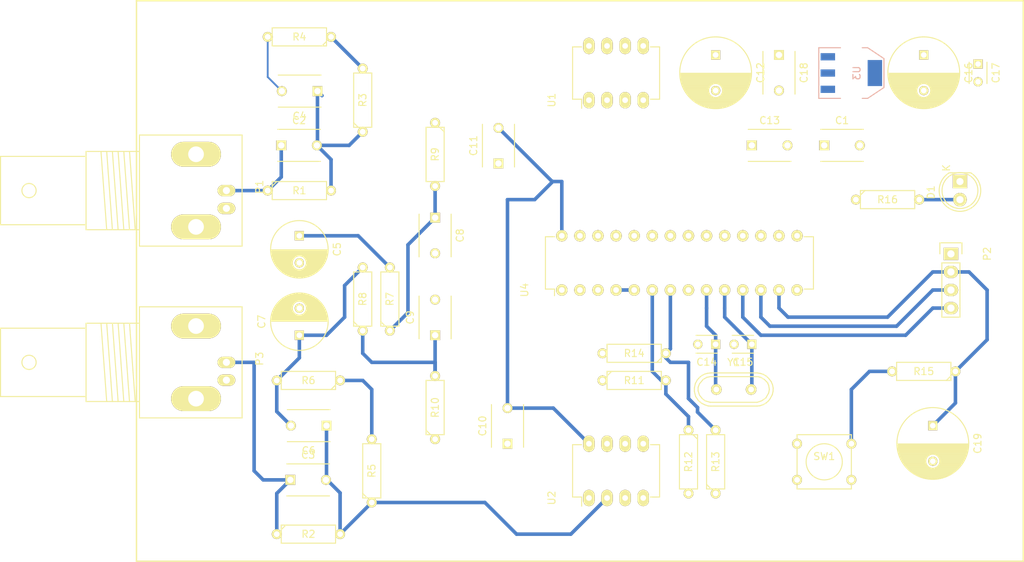
<source format=kicad_pcb>
(kicad_pcb (version 4) (host pcbnew "(2015-08-05 BZR 6055, Git fa29c62)-product")

  (general
    (links 101)
    (no_connects 61)
    (area 105.104519 81.179999 253.992145 160.120001)
    (thickness 1.6)
    (drawings 4)
    (tracks 114)
    (zones 0)
    (modules 48)
    (nets 37)
  )

  (page USLetter)
  (title_block
    (title test)
  )

  (layers
    (0 F.Cu signal)
    (31 B.Cu signal)
    (32 B.Adhes user)
    (33 F.Adhes user)
    (34 B.Paste user)
    (35 F.Paste user)
    (36 B.SilkS user)
    (37 F.SilkS user)
    (38 B.Mask user)
    (39 F.Mask user)
    (40 Dwgs.User user)
    (41 Cmts.User user)
    (42 Eco1.User user)
    (43 Eco2.User user)
    (44 Edge.Cuts user)
    (45 Margin user)
    (46 B.CrtYd user)
    (47 F.CrtYd user)
    (48 B.Fab user)
    (49 F.Fab user)
  )

  (setup
    (last_trace_width 0.25)
    (trace_clearance 0.2)
    (zone_clearance 0.508)
    (zone_45_only no)
    (trace_min 0.2)
    (segment_width 0.2)
    (edge_width 0.15)
    (via_size 0.6)
    (via_drill 0.4)
    (via_min_size 0.4)
    (via_min_drill 0.3)
    (uvia_size 0.3)
    (uvia_drill 0.1)
    (uvias_allowed no)
    (uvia_min_size 0.2)
    (uvia_min_drill 0.1)
    (pcb_text_width 0.3)
    (pcb_text_size 1.5 1.5)
    (mod_edge_width 0.15)
    (mod_text_size 1 1)
    (mod_text_width 0.15)
    (pad_size 1.524 1.524)
    (pad_drill 0.762)
    (pad_to_mask_clearance 0.2)
    (aux_axis_origin 0 0)
    (visible_elements 7FFFFFFF)
    (pcbplotparams
      (layerselection 0x00030_80000001)
      (usegerberextensions false)
      (excludeedgelayer true)
      (linewidth 0.100000)
      (plotframeref false)
      (viasonmask false)
      (mode 1)
      (useauxorigin false)
      (hpglpennumber 1)
      (hpglpenspeed 20)
      (hpglpendiameter 15)
      (hpglpenoverlay 2)
      (psnegative false)
      (psa4output false)
      (plotreference true)
      (plotvalue true)
      (plotinvisibletext false)
      (padsonsilk false)
      (subtractmaskfromsilk false)
      (outputformat 1)
      (mirror false)
      (drillshape 1)
      (scaleselection 1)
      (outputdirectory ""))
  )

  (net 0 "")
  (net 1 +5V)
  (net 2 GND)
  (net 3 "Net-(C2-Pad1)")
  (net 4 "Net-(C2-Pad2)")
  (net 5 "Net-(C3-Pad1)")
  (net 6 "Net-(C3-Pad2)")
  (net 7 "Net-(C4-Pad2)")
  (net 8 "Net-(C6-Pad2)")
  (net 9 "Net-(C8-Pad1)")
  (net 10 "Net-(C9-Pad1)")
  (net 11 "Net-(C14-Pad1)")
  (net 12 "Net-(C15-Pad1)")
  (net 13 +3V3)
  (net 14 "Net-(C18-Pad1)")
  (net 15 "Net-(D1-Pad2)")
  (net 16 /RX)
  (net 17 "Net-(R3-Pad2)")
  (net 18 "Net-(R5-Pad2)")
  (net 19 C1_Comp)
  (net 20 C2_Comp)
  (net 21 "Net-(R11-Pad1)")
  (net 22 "Net-(R11-Pad2)")
  (net 23 "Net-(R13-Pad1)")
  (net 24 "Net-(R13-Pad2)")
  (net 25 "Net-(R16-Pad1)")
  (net 26 "Net-(U1-Pad3)")
  (net 27 "Net-(U1-Pad5)")
  (net 28 "Net-(U1-Pad6)")
  (net 29 "Net-(U1-Pad7)")
  (net 30 "Net-(U2-Pad3)")
  (net 31 "Net-(U2-Pad5)")
  (net 32 "Net-(U4-Pad16)")
  (net 33 "Net-(U4-Pad17)")
  (net 34 "Net-(U4-Pad18)")
  (net 35 "Net-(U4-Pad21)")
  (net 36 /TX)

  (net_class Default "This is the default net class."
    (clearance 0.2)
    (trace_width 0.25)
    (via_dia 0.6)
    (via_drill 0.4)
    (uvia_dia 0.3)
    (uvia_drill 0.1)
    (add_net +3V3)
    (add_net +5V)
    (add_net /RX)
    (add_net /TX)
    (add_net C1_Comp)
    (add_net C2_Comp)
    (add_net GND)
    (add_net "Net-(C14-Pad1)")
    (add_net "Net-(C15-Pad1)")
    (add_net "Net-(C18-Pad1)")
    (add_net "Net-(C2-Pad1)")
    (add_net "Net-(C2-Pad2)")
    (add_net "Net-(C3-Pad1)")
    (add_net "Net-(C3-Pad2)")
    (add_net "Net-(C4-Pad2)")
    (add_net "Net-(C6-Pad2)")
    (add_net "Net-(C8-Pad1)")
    (add_net "Net-(C9-Pad1)")
    (add_net "Net-(D1-Pad2)")
    (add_net "Net-(R11-Pad1)")
    (add_net "Net-(R11-Pad2)")
    (add_net "Net-(R13-Pad1)")
    (add_net "Net-(R13-Pad2)")
    (add_net "Net-(R16-Pad1)")
    (add_net "Net-(R3-Pad2)")
    (add_net "Net-(R5-Pad2)")
    (add_net "Net-(U1-Pad3)")
    (add_net "Net-(U1-Pad5)")
    (add_net "Net-(U1-Pad6)")
    (add_net "Net-(U1-Pad7)")
    (add_net "Net-(U2-Pad3)")
    (add_net "Net-(U2-Pad5)")
    (add_net "Net-(U4-Pad16)")
    (add_net "Net-(U4-Pad17)")
    (add_net "Net-(U4-Pad18)")
    (add_net "Net-(U4-Pad21)")
  )

  (module Capacitors_ThroughHole:C_Disc_D6_P5 (layer F.Cu) (tedit 0) (tstamp 5667632E)
    (at 220.98 101.6)
    (descr "Capacitor 6mm Disc, Pitch 5mm")
    (tags Capacitor)
    (path /564EFC5E)
    (fp_text reference C1 (at 2.5 -3.5) (layer F.SilkS)
      (effects (font (size 1 1) (thickness 0.15)))
    )
    (fp_text value 100nF (at 2.5 3.5) (layer F.Fab)
      (effects (font (size 1 1) (thickness 0.15)))
    )
    (fp_line (start -0.95 -2.5) (end 5.95 -2.5) (layer F.CrtYd) (width 0.05))
    (fp_line (start 5.95 -2.5) (end 5.95 2.5) (layer F.CrtYd) (width 0.05))
    (fp_line (start 5.95 2.5) (end -0.95 2.5) (layer F.CrtYd) (width 0.05))
    (fp_line (start -0.95 2.5) (end -0.95 -2.5) (layer F.CrtYd) (width 0.05))
    (fp_line (start -0.5 -2.25) (end 5.5 -2.25) (layer F.SilkS) (width 0.15))
    (fp_line (start 5.5 2.25) (end -0.5 2.25) (layer F.SilkS) (width 0.15))
    (pad 1 thru_hole rect (at 0 0) (size 1.4 1.4) (drill 0.9) (layers *.Cu *.Mask F.SilkS)
      (net 1 +5V))
    (pad 2 thru_hole circle (at 5 0) (size 1.4 1.4) (drill 0.9) (layers *.Cu *.Mask F.SilkS)
      (net 2 GND))
    (model Capacitors_ThroughHole.3dshapes/C_Disc_D6_P5.wrl
      (at (xyz 0.0984252 0 0))
      (scale (xyz 1 1 1))
      (rotate (xyz 0 0 0))
    )
  )

  (module Capacitors_ThroughHole:C_Disc_D6_P5 (layer F.Cu) (tedit 0) (tstamp 56676334)
    (at 144.78 101.6)
    (descr "Capacitor 6mm Disc, Pitch 5mm")
    (tags Capacitor)
    (path /565072B2)
    (fp_text reference C2 (at 2.5 -3.5) (layer F.SilkS)
      (effects (font (size 1 1) (thickness 0.15)))
    )
    (fp_text value 27pF (at 2.5 3.5) (layer F.Fab)
      (effects (font (size 1 1) (thickness 0.15)))
    )
    (fp_line (start -0.95 -2.5) (end 5.95 -2.5) (layer F.CrtYd) (width 0.05))
    (fp_line (start 5.95 -2.5) (end 5.95 2.5) (layer F.CrtYd) (width 0.05))
    (fp_line (start 5.95 2.5) (end -0.95 2.5) (layer F.CrtYd) (width 0.05))
    (fp_line (start -0.95 2.5) (end -0.95 -2.5) (layer F.CrtYd) (width 0.05))
    (fp_line (start -0.5 -2.25) (end 5.5 -2.25) (layer F.SilkS) (width 0.15))
    (fp_line (start 5.5 2.25) (end -0.5 2.25) (layer F.SilkS) (width 0.15))
    (pad 1 thru_hole rect (at 0 0) (size 1.4 1.4) (drill 0.9) (layers *.Cu *.Mask F.SilkS)
      (net 3 "Net-(C2-Pad1)"))
    (pad 2 thru_hole circle (at 5 0) (size 1.4 1.4) (drill 0.9) (layers *.Cu *.Mask F.SilkS)
      (net 4 "Net-(C2-Pad2)"))
    (model Capacitors_ThroughHole.3dshapes/C_Disc_D6_P5.wrl
      (at (xyz 0.0984252 0 0))
      (scale (xyz 1 1 1))
      (rotate (xyz 0 0 0))
    )
  )

  (module Capacitors_ThroughHole:C_Disc_D6_P5 (layer F.Cu) (tedit 0) (tstamp 5667633A)
    (at 146.05 148.59)
    (descr "Capacitor 6mm Disc, Pitch 5mm")
    (tags Capacitor)
    (path /56510A86)
    (fp_text reference C3 (at 2.5 -3.5) (layer F.SilkS)
      (effects (font (size 1 1) (thickness 0.15)))
    )
    (fp_text value 27pF (at 2.5 3.5) (layer F.Fab)
      (effects (font (size 1 1) (thickness 0.15)))
    )
    (fp_line (start -0.95 -2.5) (end 5.95 -2.5) (layer F.CrtYd) (width 0.05))
    (fp_line (start 5.95 -2.5) (end 5.95 2.5) (layer F.CrtYd) (width 0.05))
    (fp_line (start 5.95 2.5) (end -0.95 2.5) (layer F.CrtYd) (width 0.05))
    (fp_line (start -0.95 2.5) (end -0.95 -2.5) (layer F.CrtYd) (width 0.05))
    (fp_line (start -0.5 -2.25) (end 5.5 -2.25) (layer F.SilkS) (width 0.15))
    (fp_line (start 5.5 2.25) (end -0.5 2.25) (layer F.SilkS) (width 0.15))
    (pad 1 thru_hole rect (at 0 0) (size 1.4 1.4) (drill 0.9) (layers *.Cu *.Mask F.SilkS)
      (net 5 "Net-(C3-Pad1)"))
    (pad 2 thru_hole circle (at 5 0) (size 1.4 1.4) (drill 0.9) (layers *.Cu *.Mask F.SilkS)
      (net 6 "Net-(C3-Pad2)"))
    (model Capacitors_ThroughHole.3dshapes/C_Disc_D6_P5.wrl
      (at (xyz 0.0984252 0 0))
      (scale (xyz 1 1 1))
      (rotate (xyz 0 0 0))
    )
  )

  (module Capacitors_ThroughHole:C_Disc_D6_P5 (layer F.Cu) (tedit 0) (tstamp 56676340)
    (at 149.86 93.98 180)
    (descr "Capacitor 6mm Disc, Pitch 5mm")
    (tags Capacitor)
    (path /56507355)
    (fp_text reference C4 (at 2.5 -3.5 180) (layer F.SilkS)
      (effects (font (size 1 1) (thickness 0.15)))
    )
    (fp_text value 100pF (at 2.5 3.5 180) (layer F.Fab)
      (effects (font (size 1 1) (thickness 0.15)))
    )
    (fp_line (start -0.95 -2.5) (end 5.95 -2.5) (layer F.CrtYd) (width 0.05))
    (fp_line (start 5.95 -2.5) (end 5.95 2.5) (layer F.CrtYd) (width 0.05))
    (fp_line (start 5.95 2.5) (end -0.95 2.5) (layer F.CrtYd) (width 0.05))
    (fp_line (start -0.95 2.5) (end -0.95 -2.5) (layer F.CrtYd) (width 0.05))
    (fp_line (start -0.5 -2.25) (end 5.5 -2.25) (layer F.SilkS) (width 0.15))
    (fp_line (start 5.5 2.25) (end -0.5 2.25) (layer F.SilkS) (width 0.15))
    (pad 1 thru_hole rect (at 0 0 180) (size 1.4 1.4) (drill 0.9) (layers *.Cu *.Mask F.SilkS)
      (net 4 "Net-(C2-Pad2)"))
    (pad 2 thru_hole circle (at 5 0 180) (size 1.4 1.4) (drill 0.9) (layers *.Cu *.Mask F.SilkS)
      (net 7 "Net-(C4-Pad2)"))
    (model Capacitors_ThroughHole.3dshapes/C_Disc_D6_P5.wrl
      (at (xyz 0.0984252 0 0))
      (scale (xyz 1 1 1))
      (rotate (xyz 0 0 0))
    )
  )

  (module Capacitors_ThroughHole:C_Radial_D8_L21_P3.8 (layer F.Cu) (tedit 0) (tstamp 56676346)
    (at 147.32 114.3 270)
    (descr "Radial Electrolytic Capacitor Diameter 8mm x Length 21mm, Pitch 3.8mm")
    (tags "Electrolytic Capacitor")
    (path /56507E4F)
    (fp_text reference C5 (at 1.9 -5.3 270) (layer F.SilkS)
      (effects (font (size 1 1) (thickness 0.15)))
    )
    (fp_text value 1uF (at 1.9 5.3 270) (layer F.Fab)
      (effects (font (size 1 1) (thickness 0.15)))
    )
    (fp_line (start 1.975 -3.999) (end 1.975 3.999) (layer F.SilkS) (width 0.15))
    (fp_line (start 2.115 -3.994) (end 2.115 3.994) (layer F.SilkS) (width 0.15))
    (fp_line (start 2.255 -3.984) (end 2.255 3.984) (layer F.SilkS) (width 0.15))
    (fp_line (start 2.395 -3.969) (end 2.395 3.969) (layer F.SilkS) (width 0.15))
    (fp_line (start 2.535 -3.949) (end 2.535 3.949) (layer F.SilkS) (width 0.15))
    (fp_line (start 2.675 -3.924) (end 2.675 3.924) (layer F.SilkS) (width 0.15))
    (fp_line (start 2.815 -3.894) (end 2.815 -0.173) (layer F.SilkS) (width 0.15))
    (fp_line (start 2.815 0.173) (end 2.815 3.894) (layer F.SilkS) (width 0.15))
    (fp_line (start 2.955 -3.858) (end 2.955 -0.535) (layer F.SilkS) (width 0.15))
    (fp_line (start 2.955 0.535) (end 2.955 3.858) (layer F.SilkS) (width 0.15))
    (fp_line (start 3.095 -3.817) (end 3.095 -0.709) (layer F.SilkS) (width 0.15))
    (fp_line (start 3.095 0.709) (end 3.095 3.817) (layer F.SilkS) (width 0.15))
    (fp_line (start 3.235 -3.771) (end 3.235 -0.825) (layer F.SilkS) (width 0.15))
    (fp_line (start 3.235 0.825) (end 3.235 3.771) (layer F.SilkS) (width 0.15))
    (fp_line (start 3.375 -3.718) (end 3.375 -0.905) (layer F.SilkS) (width 0.15))
    (fp_line (start 3.375 0.905) (end 3.375 3.718) (layer F.SilkS) (width 0.15))
    (fp_line (start 3.515 -3.659) (end 3.515 -0.959) (layer F.SilkS) (width 0.15))
    (fp_line (start 3.515 0.959) (end 3.515 3.659) (layer F.SilkS) (width 0.15))
    (fp_line (start 3.655 -3.594) (end 3.655 -0.989) (layer F.SilkS) (width 0.15))
    (fp_line (start 3.655 0.989) (end 3.655 3.594) (layer F.SilkS) (width 0.15))
    (fp_line (start 3.795 -3.523) (end 3.795 -1) (layer F.SilkS) (width 0.15))
    (fp_line (start 3.795 1) (end 3.795 3.523) (layer F.SilkS) (width 0.15))
    (fp_line (start 3.935 -3.444) (end 3.935 -0.991) (layer F.SilkS) (width 0.15))
    (fp_line (start 3.935 0.991) (end 3.935 3.444) (layer F.SilkS) (width 0.15))
    (fp_line (start 4.075 -3.357) (end 4.075 -0.961) (layer F.SilkS) (width 0.15))
    (fp_line (start 4.075 0.961) (end 4.075 3.357) (layer F.SilkS) (width 0.15))
    (fp_line (start 4.215 -3.262) (end 4.215 -0.91) (layer F.SilkS) (width 0.15))
    (fp_line (start 4.215 0.91) (end 4.215 3.262) (layer F.SilkS) (width 0.15))
    (fp_line (start 4.355 -3.158) (end 4.355 -0.832) (layer F.SilkS) (width 0.15))
    (fp_line (start 4.355 0.832) (end 4.355 3.158) (layer F.SilkS) (width 0.15))
    (fp_line (start 4.495 -3.044) (end 4.495 -0.719) (layer F.SilkS) (width 0.15))
    (fp_line (start 4.495 0.719) (end 4.495 3.044) (layer F.SilkS) (width 0.15))
    (fp_line (start 4.635 -2.919) (end 4.635 -0.55) (layer F.SilkS) (width 0.15))
    (fp_line (start 4.635 0.55) (end 4.635 2.919) (layer F.SilkS) (width 0.15))
    (fp_line (start 4.775 -2.781) (end 4.775 -0.222) (layer F.SilkS) (width 0.15))
    (fp_line (start 4.775 0.222) (end 4.775 2.781) (layer F.SilkS) (width 0.15))
    (fp_line (start 4.915 -2.629) (end 4.915 2.629) (layer F.SilkS) (width 0.15))
    (fp_line (start 5.055 -2.459) (end 5.055 2.459) (layer F.SilkS) (width 0.15))
    (fp_line (start 5.195 -2.268) (end 5.195 2.268) (layer F.SilkS) (width 0.15))
    (fp_line (start 5.335 -2.05) (end 5.335 2.05) (layer F.SilkS) (width 0.15))
    (fp_line (start 5.475 -1.794) (end 5.475 1.794) (layer F.SilkS) (width 0.15))
    (fp_line (start 5.615 -1.483) (end 5.615 1.483) (layer F.SilkS) (width 0.15))
    (fp_line (start 5.755 -1.067) (end 5.755 1.067) (layer F.SilkS) (width 0.15))
    (fp_line (start 5.895 -0.2) (end 5.895 0.2) (layer F.SilkS) (width 0.15))
    (fp_circle (center 3.8 0) (end 3.8 -1) (layer F.SilkS) (width 0.15))
    (fp_circle (center 1.9 0) (end 1.9 -4.0375) (layer F.SilkS) (width 0.15))
    (fp_circle (center 1.9 0) (end 1.9 -4.3) (layer F.CrtYd) (width 0.05))
    (pad 1 thru_hole rect (at 0 0 270) (size 1.3 1.3) (drill 0.8) (layers *.Cu *.Mask F.SilkS)
      (net 7 "Net-(C4-Pad2)"))
    (pad 2 thru_hole circle (at 3.8 0 270) (size 1.3 1.3) (drill 0.8) (layers *.Cu *.Mask F.SilkS)
      (net 2 GND))
    (model Capacitors_ThroughHole.3dshapes/C_Radial_D8_L21_P3.8.wrl
      (at (xyz 0.0748031 0 0))
      (scale (xyz 1 1 1))
      (rotate (xyz 0 0 90))
    )
  )

  (module Capacitors_ThroughHole:C_Disc_D6_P5 (layer F.Cu) (tedit 0) (tstamp 5667634C)
    (at 151.13 140.97 180)
    (descr "Capacitor 6mm Disc, Pitch 5mm")
    (tags Capacitor)
    (path /56510A8C)
    (fp_text reference C6 (at 2.5 -3.5 180) (layer F.SilkS)
      (effects (font (size 1 1) (thickness 0.15)))
    )
    (fp_text value 100pF (at 2.5 3.5 180) (layer F.Fab)
      (effects (font (size 1 1) (thickness 0.15)))
    )
    (fp_line (start -0.95 -2.5) (end 5.95 -2.5) (layer F.CrtYd) (width 0.05))
    (fp_line (start 5.95 -2.5) (end 5.95 2.5) (layer F.CrtYd) (width 0.05))
    (fp_line (start 5.95 2.5) (end -0.95 2.5) (layer F.CrtYd) (width 0.05))
    (fp_line (start -0.95 2.5) (end -0.95 -2.5) (layer F.CrtYd) (width 0.05))
    (fp_line (start -0.5 -2.25) (end 5.5 -2.25) (layer F.SilkS) (width 0.15))
    (fp_line (start 5.5 2.25) (end -0.5 2.25) (layer F.SilkS) (width 0.15))
    (pad 1 thru_hole rect (at 0 0 180) (size 1.4 1.4) (drill 0.9) (layers *.Cu *.Mask F.SilkS)
      (net 6 "Net-(C3-Pad2)"))
    (pad 2 thru_hole circle (at 5 0 180) (size 1.4 1.4) (drill 0.9) (layers *.Cu *.Mask F.SilkS)
      (net 8 "Net-(C6-Pad2)"))
    (model Capacitors_ThroughHole.3dshapes/C_Disc_D6_P5.wrl
      (at (xyz 0.0984252 0 0))
      (scale (xyz 1 1 1))
      (rotate (xyz 0 0 0))
    )
  )

  (module Capacitors_ThroughHole:C_Radial_D8_L13_P3.8 (layer F.Cu) (tedit 0) (tstamp 56676352)
    (at 147.32 128.27 90)
    (descr "Radial Electrolytic Capacitor Diameter 8mm x Length 13mm, Pitch 3.8mm")
    (tags "Electrolytic Capacitor")
    (path /56510AB6)
    (fp_text reference C7 (at 1.9 -5.3 90) (layer F.SilkS)
      (effects (font (size 1 1) (thickness 0.15)))
    )
    (fp_text value 1uF (at 1.9 5.3 90) (layer F.Fab)
      (effects (font (size 1 1) (thickness 0.15)))
    )
    (fp_line (start 1.975 -3.999) (end 1.975 3.999) (layer F.SilkS) (width 0.15))
    (fp_line (start 2.115 -3.994) (end 2.115 3.994) (layer F.SilkS) (width 0.15))
    (fp_line (start 2.255 -3.984) (end 2.255 3.984) (layer F.SilkS) (width 0.15))
    (fp_line (start 2.395 -3.969) (end 2.395 3.969) (layer F.SilkS) (width 0.15))
    (fp_line (start 2.535 -3.949) (end 2.535 3.949) (layer F.SilkS) (width 0.15))
    (fp_line (start 2.675 -3.924) (end 2.675 3.924) (layer F.SilkS) (width 0.15))
    (fp_line (start 2.815 -3.894) (end 2.815 -0.173) (layer F.SilkS) (width 0.15))
    (fp_line (start 2.815 0.173) (end 2.815 3.894) (layer F.SilkS) (width 0.15))
    (fp_line (start 2.955 -3.858) (end 2.955 -0.535) (layer F.SilkS) (width 0.15))
    (fp_line (start 2.955 0.535) (end 2.955 3.858) (layer F.SilkS) (width 0.15))
    (fp_line (start 3.095 -3.817) (end 3.095 -0.709) (layer F.SilkS) (width 0.15))
    (fp_line (start 3.095 0.709) (end 3.095 3.817) (layer F.SilkS) (width 0.15))
    (fp_line (start 3.235 -3.771) (end 3.235 -0.825) (layer F.SilkS) (width 0.15))
    (fp_line (start 3.235 0.825) (end 3.235 3.771) (layer F.SilkS) (width 0.15))
    (fp_line (start 3.375 -3.718) (end 3.375 -0.905) (layer F.SilkS) (width 0.15))
    (fp_line (start 3.375 0.905) (end 3.375 3.718) (layer F.SilkS) (width 0.15))
    (fp_line (start 3.515 -3.659) (end 3.515 -0.959) (layer F.SilkS) (width 0.15))
    (fp_line (start 3.515 0.959) (end 3.515 3.659) (layer F.SilkS) (width 0.15))
    (fp_line (start 3.655 -3.594) (end 3.655 -0.989) (layer F.SilkS) (width 0.15))
    (fp_line (start 3.655 0.989) (end 3.655 3.594) (layer F.SilkS) (width 0.15))
    (fp_line (start 3.795 -3.523) (end 3.795 -1) (layer F.SilkS) (width 0.15))
    (fp_line (start 3.795 1) (end 3.795 3.523) (layer F.SilkS) (width 0.15))
    (fp_line (start 3.935 -3.444) (end 3.935 -0.991) (layer F.SilkS) (width 0.15))
    (fp_line (start 3.935 0.991) (end 3.935 3.444) (layer F.SilkS) (width 0.15))
    (fp_line (start 4.075 -3.357) (end 4.075 -0.961) (layer F.SilkS) (width 0.15))
    (fp_line (start 4.075 0.961) (end 4.075 3.357) (layer F.SilkS) (width 0.15))
    (fp_line (start 4.215 -3.262) (end 4.215 -0.91) (layer F.SilkS) (width 0.15))
    (fp_line (start 4.215 0.91) (end 4.215 3.262) (layer F.SilkS) (width 0.15))
    (fp_line (start 4.355 -3.158) (end 4.355 -0.832) (layer F.SilkS) (width 0.15))
    (fp_line (start 4.355 0.832) (end 4.355 3.158) (layer F.SilkS) (width 0.15))
    (fp_line (start 4.495 -3.044) (end 4.495 -0.719) (layer F.SilkS) (width 0.15))
    (fp_line (start 4.495 0.719) (end 4.495 3.044) (layer F.SilkS) (width 0.15))
    (fp_line (start 4.635 -2.919) (end 4.635 -0.55) (layer F.SilkS) (width 0.15))
    (fp_line (start 4.635 0.55) (end 4.635 2.919) (layer F.SilkS) (width 0.15))
    (fp_line (start 4.775 -2.781) (end 4.775 -0.222) (layer F.SilkS) (width 0.15))
    (fp_line (start 4.775 0.222) (end 4.775 2.781) (layer F.SilkS) (width 0.15))
    (fp_line (start 4.915 -2.629) (end 4.915 2.629) (layer F.SilkS) (width 0.15))
    (fp_line (start 5.055 -2.459) (end 5.055 2.459) (layer F.SilkS) (width 0.15))
    (fp_line (start 5.195 -2.268) (end 5.195 2.268) (layer F.SilkS) (width 0.15))
    (fp_line (start 5.335 -2.05) (end 5.335 2.05) (layer F.SilkS) (width 0.15))
    (fp_line (start 5.475 -1.794) (end 5.475 1.794) (layer F.SilkS) (width 0.15))
    (fp_line (start 5.615 -1.483) (end 5.615 1.483) (layer F.SilkS) (width 0.15))
    (fp_line (start 5.755 -1.067) (end 5.755 1.067) (layer F.SilkS) (width 0.15))
    (fp_line (start 5.895 -0.2) (end 5.895 0.2) (layer F.SilkS) (width 0.15))
    (fp_circle (center 3.8 0) (end 3.8 -1) (layer F.SilkS) (width 0.15))
    (fp_circle (center 1.9 0) (end 1.9 -4.0375) (layer F.SilkS) (width 0.15))
    (fp_circle (center 1.9 0) (end 1.9 -4.3) (layer F.CrtYd) (width 0.05))
    (pad 1 thru_hole rect (at 0 0 90) (size 1.3 1.3) (drill 0.8) (layers *.Cu *.Mask F.SilkS)
      (net 8 "Net-(C6-Pad2)"))
    (pad 2 thru_hole circle (at 3.8 0 90) (size 1.3 1.3) (drill 0.8) (layers *.Cu *.Mask F.SilkS)
      (net 2 GND))
    (model Capacitors_ThroughHole.3dshapes/C_Radial_D8_L13_P3.8.wrl
      (at (xyz 0.0748031 0 0))
      (scale (xyz 1 1 1))
      (rotate (xyz 0 0 90))
    )
  )

  (module Capacitors_ThroughHole:C_Disc_D6_P5 (layer F.Cu) (tedit 0) (tstamp 56676358)
    (at 166.37 111.76 270)
    (descr "Capacitor 6mm Disc, Pitch 5mm")
    (tags Capacitor)
    (path /56507DA3)
    (fp_text reference C8 (at 2.5 -3.5 270) (layer F.SilkS)
      (effects (font (size 1 1) (thickness 0.15)))
    )
    (fp_text value 100nF (at 2.5 3.5 270) (layer F.Fab)
      (effects (font (size 1 1) (thickness 0.15)))
    )
    (fp_line (start -0.95 -2.5) (end 5.95 -2.5) (layer F.CrtYd) (width 0.05))
    (fp_line (start 5.95 -2.5) (end 5.95 2.5) (layer F.CrtYd) (width 0.05))
    (fp_line (start 5.95 2.5) (end -0.95 2.5) (layer F.CrtYd) (width 0.05))
    (fp_line (start -0.95 2.5) (end -0.95 -2.5) (layer F.CrtYd) (width 0.05))
    (fp_line (start -0.5 -2.25) (end 5.5 -2.25) (layer F.SilkS) (width 0.15))
    (fp_line (start 5.5 2.25) (end -0.5 2.25) (layer F.SilkS) (width 0.15))
    (pad 1 thru_hole rect (at 0 0 270) (size 1.4 1.4) (drill 0.9) (layers *.Cu *.Mask F.SilkS)
      (net 9 "Net-(C8-Pad1)"))
    (pad 2 thru_hole circle (at 5 0 270) (size 1.4 1.4) (drill 0.9) (layers *.Cu *.Mask F.SilkS)
      (net 2 GND))
    (model Capacitors_ThroughHole.3dshapes/C_Disc_D6_P5.wrl
      (at (xyz 0.0984252 0 0))
      (scale (xyz 1 1 1))
      (rotate (xyz 0 0 0))
    )
  )

  (module Capacitors_ThroughHole:C_Disc_D6_P5 (layer F.Cu) (tedit 0) (tstamp 5667635E)
    (at 166.37 128.27 90)
    (descr "Capacitor 6mm Disc, Pitch 5mm")
    (tags Capacitor)
    (path /56510AB0)
    (fp_text reference C9 (at 2.5 -3.5 90) (layer F.SilkS)
      (effects (font (size 1 1) (thickness 0.15)))
    )
    (fp_text value 100nF (at 2.5 3.5 90) (layer F.Fab)
      (effects (font (size 1 1) (thickness 0.15)))
    )
    (fp_line (start -0.95 -2.5) (end 5.95 -2.5) (layer F.CrtYd) (width 0.05))
    (fp_line (start 5.95 -2.5) (end 5.95 2.5) (layer F.CrtYd) (width 0.05))
    (fp_line (start 5.95 2.5) (end -0.95 2.5) (layer F.CrtYd) (width 0.05))
    (fp_line (start -0.95 2.5) (end -0.95 -2.5) (layer F.CrtYd) (width 0.05))
    (fp_line (start -0.5 -2.25) (end 5.5 -2.25) (layer F.SilkS) (width 0.15))
    (fp_line (start 5.5 2.25) (end -0.5 2.25) (layer F.SilkS) (width 0.15))
    (pad 1 thru_hole rect (at 0 0 90) (size 1.4 1.4) (drill 0.9) (layers *.Cu *.Mask F.SilkS)
      (net 10 "Net-(C9-Pad1)"))
    (pad 2 thru_hole circle (at 5 0 90) (size 1.4 1.4) (drill 0.9) (layers *.Cu *.Mask F.SilkS)
      (net 2 GND))
    (model Capacitors_ThroughHole.3dshapes/C_Disc_D6_P5.wrl
      (at (xyz 0.0984252 0 0))
      (scale (xyz 1 1 1))
      (rotate (xyz 0 0 0))
    )
  )

  (module Capacitors_ThroughHole:C_Disc_D6_P5 (layer F.Cu) (tedit 0) (tstamp 56676364)
    (at 176.53 143.51 90)
    (descr "Capacitor 6mm Disc, Pitch 5mm")
    (tags Capacitor)
    (path /564FF5A5)
    (fp_text reference C10 (at 2.5 -3.5 90) (layer F.SilkS)
      (effects (font (size 1 1) (thickness 0.15)))
    )
    (fp_text value 100nF (at 2.5 3.5 90) (layer F.Fab)
      (effects (font (size 1 1) (thickness 0.15)))
    )
    (fp_line (start -0.95 -2.5) (end 5.95 -2.5) (layer F.CrtYd) (width 0.05))
    (fp_line (start 5.95 -2.5) (end 5.95 2.5) (layer F.CrtYd) (width 0.05))
    (fp_line (start 5.95 2.5) (end -0.95 2.5) (layer F.CrtYd) (width 0.05))
    (fp_line (start -0.95 2.5) (end -0.95 -2.5) (layer F.CrtYd) (width 0.05))
    (fp_line (start -0.5 -2.25) (end 5.5 -2.25) (layer F.SilkS) (width 0.15))
    (fp_line (start 5.5 2.25) (end -0.5 2.25) (layer F.SilkS) (width 0.15))
    (pad 1 thru_hole rect (at 0 0 90) (size 1.4 1.4) (drill 0.9) (layers *.Cu *.Mask F.SilkS)
      (net 2 GND))
    (pad 2 thru_hole circle (at 5 0 90) (size 1.4 1.4) (drill 0.9) (layers *.Cu *.Mask F.SilkS)
      (net 1 +5V))
    (model Capacitors_ThroughHole.3dshapes/C_Disc_D6_P5.wrl
      (at (xyz 0.0984252 0 0))
      (scale (xyz 1 1 1))
      (rotate (xyz 0 0 0))
    )
  )

  (module Capacitors_ThroughHole:C_Disc_D6_P5 (layer F.Cu) (tedit 0) (tstamp 5667636A)
    (at 175.26 104.14 90)
    (descr "Capacitor 6mm Disc, Pitch 5mm")
    (tags Capacitor)
    (path /564FDA67)
    (fp_text reference C11 (at 2.5 -3.5 90) (layer F.SilkS)
      (effects (font (size 1 1) (thickness 0.15)))
    )
    (fp_text value 100nF (at 2.5 3.5 90) (layer F.Fab)
      (effects (font (size 1 1) (thickness 0.15)))
    )
    (fp_line (start -0.95 -2.5) (end 5.95 -2.5) (layer F.CrtYd) (width 0.05))
    (fp_line (start 5.95 -2.5) (end 5.95 2.5) (layer F.CrtYd) (width 0.05))
    (fp_line (start 5.95 2.5) (end -0.95 2.5) (layer F.CrtYd) (width 0.05))
    (fp_line (start -0.95 2.5) (end -0.95 -2.5) (layer F.CrtYd) (width 0.05))
    (fp_line (start -0.5 -2.25) (end 5.5 -2.25) (layer F.SilkS) (width 0.15))
    (fp_line (start 5.5 2.25) (end -0.5 2.25) (layer F.SilkS) (width 0.15))
    (pad 1 thru_hole rect (at 0 0 90) (size 1.4 1.4) (drill 0.9) (layers *.Cu *.Mask F.SilkS)
      (net 2 GND))
    (pad 2 thru_hole circle (at 5 0 90) (size 1.4 1.4) (drill 0.9) (layers *.Cu *.Mask F.SilkS)
      (net 1 +5V))
    (model Capacitors_ThroughHole.3dshapes/C_Disc_D6_P5.wrl
      (at (xyz 0.0984252 0 0))
      (scale (xyz 1 1 1))
      (rotate (xyz 0 0 0))
    )
  )

  (module Capacitors_ThroughHole:C_Radial_D10_L16_P5 (layer F.Cu) (tedit 0) (tstamp 56676370)
    (at 205.74 88.9 270)
    (descr "Radial Electrolytic Capacitor 10mm x Length 16mm, Pitch 5mm")
    (tags "Electrolytic Capacitor")
    (path /564CD2F5)
    (fp_text reference C12 (at 2.5 -6.3 270) (layer F.SilkS)
      (effects (font (size 1 1) (thickness 0.15)))
    )
    (fp_text value 100uF (at 2.5 6.3 270) (layer F.Fab)
      (effects (font (size 1 1) (thickness 0.15)))
    )
    (fp_line (start 2.575 -4.999) (end 2.575 4.999) (layer F.SilkS) (width 0.15))
    (fp_line (start 2.715 -4.995) (end 2.715 4.995) (layer F.SilkS) (width 0.15))
    (fp_line (start 2.855 -4.987) (end 2.855 4.987) (layer F.SilkS) (width 0.15))
    (fp_line (start 2.995 -4.975) (end 2.995 4.975) (layer F.SilkS) (width 0.15))
    (fp_line (start 3.135 -4.96) (end 3.135 4.96) (layer F.SilkS) (width 0.15))
    (fp_line (start 3.275 -4.94) (end 3.275 4.94) (layer F.SilkS) (width 0.15))
    (fp_line (start 3.415 -4.916) (end 3.415 4.916) (layer F.SilkS) (width 0.15))
    (fp_line (start 3.555 -4.887) (end 3.555 4.887) (layer F.SilkS) (width 0.15))
    (fp_line (start 3.695 -4.855) (end 3.695 4.855) (layer F.SilkS) (width 0.15))
    (fp_line (start 3.835 -4.818) (end 3.835 4.818) (layer F.SilkS) (width 0.15))
    (fp_line (start 3.975 -4.777) (end 3.975 4.777) (layer F.SilkS) (width 0.15))
    (fp_line (start 4.115 -4.732) (end 4.115 -0.466) (layer F.SilkS) (width 0.15))
    (fp_line (start 4.115 0.466) (end 4.115 4.732) (layer F.SilkS) (width 0.15))
    (fp_line (start 4.255 -4.682) (end 4.255 -0.667) (layer F.SilkS) (width 0.15))
    (fp_line (start 4.255 0.667) (end 4.255 4.682) (layer F.SilkS) (width 0.15))
    (fp_line (start 4.395 -4.627) (end 4.395 -0.796) (layer F.SilkS) (width 0.15))
    (fp_line (start 4.395 0.796) (end 4.395 4.627) (layer F.SilkS) (width 0.15))
    (fp_line (start 4.535 -4.567) (end 4.535 -0.885) (layer F.SilkS) (width 0.15))
    (fp_line (start 4.535 0.885) (end 4.535 4.567) (layer F.SilkS) (width 0.15))
    (fp_line (start 4.675 -4.502) (end 4.675 -0.946) (layer F.SilkS) (width 0.15))
    (fp_line (start 4.675 0.946) (end 4.675 4.502) (layer F.SilkS) (width 0.15))
    (fp_line (start 4.815 -4.432) (end 4.815 -0.983) (layer F.SilkS) (width 0.15))
    (fp_line (start 4.815 0.983) (end 4.815 4.432) (layer F.SilkS) (width 0.15))
    (fp_line (start 4.955 -4.356) (end 4.955 -0.999) (layer F.SilkS) (width 0.15))
    (fp_line (start 4.955 0.999) (end 4.955 4.356) (layer F.SilkS) (width 0.15))
    (fp_line (start 5.095 -4.274) (end 5.095 -0.995) (layer F.SilkS) (width 0.15))
    (fp_line (start 5.095 0.995) (end 5.095 4.274) (layer F.SilkS) (width 0.15))
    (fp_line (start 5.235 -4.186) (end 5.235 -0.972) (layer F.SilkS) (width 0.15))
    (fp_line (start 5.235 0.972) (end 5.235 4.186) (layer F.SilkS) (width 0.15))
    (fp_line (start 5.375 -4.091) (end 5.375 -0.927) (layer F.SilkS) (width 0.15))
    (fp_line (start 5.375 0.927) (end 5.375 4.091) (layer F.SilkS) (width 0.15))
    (fp_line (start 5.515 -3.989) (end 5.515 -0.857) (layer F.SilkS) (width 0.15))
    (fp_line (start 5.515 0.857) (end 5.515 3.989) (layer F.SilkS) (width 0.15))
    (fp_line (start 5.655 -3.879) (end 5.655 -0.756) (layer F.SilkS) (width 0.15))
    (fp_line (start 5.655 0.756) (end 5.655 3.879) (layer F.SilkS) (width 0.15))
    (fp_line (start 5.795 -3.761) (end 5.795 -0.607) (layer F.SilkS) (width 0.15))
    (fp_line (start 5.795 0.607) (end 5.795 3.761) (layer F.SilkS) (width 0.15))
    (fp_line (start 5.935 -3.633) (end 5.935 -0.355) (layer F.SilkS) (width 0.15))
    (fp_line (start 5.935 0.355) (end 5.935 3.633) (layer F.SilkS) (width 0.15))
    (fp_line (start 6.075 -3.496) (end 6.075 3.496) (layer F.SilkS) (width 0.15))
    (fp_line (start 6.215 -3.346) (end 6.215 3.346) (layer F.SilkS) (width 0.15))
    (fp_line (start 6.355 -3.184) (end 6.355 3.184) (layer F.SilkS) (width 0.15))
    (fp_line (start 6.495 -3.007) (end 6.495 3.007) (layer F.SilkS) (width 0.15))
    (fp_line (start 6.635 -2.811) (end 6.635 2.811) (layer F.SilkS) (width 0.15))
    (fp_line (start 6.775 -2.593) (end 6.775 2.593) (layer F.SilkS) (width 0.15))
    (fp_line (start 6.915 -2.347) (end 6.915 2.347) (layer F.SilkS) (width 0.15))
    (fp_line (start 7.055 -2.062) (end 7.055 2.062) (layer F.SilkS) (width 0.15))
    (fp_line (start 7.195 -1.72) (end 7.195 1.72) (layer F.SilkS) (width 0.15))
    (fp_line (start 7.335 -1.274) (end 7.335 1.274) (layer F.SilkS) (width 0.15))
    (fp_line (start 7.475 -0.499) (end 7.475 0.499) (layer F.SilkS) (width 0.15))
    (fp_circle (center 5 0) (end 5 -1) (layer F.SilkS) (width 0.15))
    (fp_circle (center 2.5 0) (end 2.5 -5.0375) (layer F.SilkS) (width 0.15))
    (fp_circle (center 2.5 0) (end 2.5 -5.3) (layer F.CrtYd) (width 0.05))
    (pad 1 thru_hole rect (at 0 0 270) (size 1.3 1.3) (drill 0.8) (layers *.Cu *.Mask F.SilkS)
      (net 1 +5V))
    (pad 2 thru_hole circle (at 5 0 270) (size 1.3 1.3) (drill 0.8) (layers *.Cu *.Mask F.SilkS)
      (net 2 GND))
    (model Capacitors_ThroughHole.3dshapes/C_Radial_D10_L16_P5.wrl
      (at (xyz 0.0984252 0 0))
      (scale (xyz 1 1 1))
      (rotate (xyz 0 0 90))
    )
  )

  (module Capacitors_ThroughHole:C_Disc_D6_P5 (layer F.Cu) (tedit 0) (tstamp 56676376)
    (at 210.82 101.6)
    (descr "Capacitor 6mm Disc, Pitch 5mm")
    (tags Capacitor)
    (path /564CD489)
    (fp_text reference C13 (at 2.5 -3.5) (layer F.SilkS)
      (effects (font (size 1 1) (thickness 0.15)))
    )
    (fp_text value 100nf (at 2.5 3.5) (layer F.Fab)
      (effects (font (size 1 1) (thickness 0.15)))
    )
    (fp_line (start -0.95 -2.5) (end 5.95 -2.5) (layer F.CrtYd) (width 0.05))
    (fp_line (start 5.95 -2.5) (end 5.95 2.5) (layer F.CrtYd) (width 0.05))
    (fp_line (start 5.95 2.5) (end -0.95 2.5) (layer F.CrtYd) (width 0.05))
    (fp_line (start -0.95 2.5) (end -0.95 -2.5) (layer F.CrtYd) (width 0.05))
    (fp_line (start -0.5 -2.25) (end 5.5 -2.25) (layer F.SilkS) (width 0.15))
    (fp_line (start 5.5 2.25) (end -0.5 2.25) (layer F.SilkS) (width 0.15))
    (pad 1 thru_hole rect (at 0 0) (size 1.4 1.4) (drill 0.9) (layers *.Cu *.Mask F.SilkS)
      (net 1 +5V))
    (pad 2 thru_hole circle (at 5 0) (size 1.4 1.4) (drill 0.9) (layers *.Cu *.Mask F.SilkS)
      (net 2 GND))
    (model Capacitors_ThroughHole.3dshapes/C_Disc_D6_P5.wrl
      (at (xyz 0.0984252 0 0))
      (scale (xyz 1 1 1))
      (rotate (xyz 0 0 0))
    )
  )

  (module Capacitors_ThroughHole:C_Radial_D10_L13_P5 (layer F.Cu) (tedit 0) (tstamp 56676388)
    (at 234.95 88.9 270)
    (descr "Radial Electrolytic Capacitor Diameter 10mm x Length 13mm, Pitch 5mm")
    (tags "Electrolytic Capacitor")
    (path /564CD43D)
    (fp_text reference C16 (at 2.5 -6.3 270) (layer F.SilkS)
      (effects (font (size 1 1) (thickness 0.15)))
    )
    (fp_text value 10uF (at 2.5 6.3 270) (layer F.Fab)
      (effects (font (size 1 1) (thickness 0.15)))
    )
    (fp_line (start 2.575 -4.999) (end 2.575 4.999) (layer F.SilkS) (width 0.15))
    (fp_line (start 2.715 -4.995) (end 2.715 4.995) (layer F.SilkS) (width 0.15))
    (fp_line (start 2.855 -4.987) (end 2.855 4.987) (layer F.SilkS) (width 0.15))
    (fp_line (start 2.995 -4.975) (end 2.995 4.975) (layer F.SilkS) (width 0.15))
    (fp_line (start 3.135 -4.96) (end 3.135 4.96) (layer F.SilkS) (width 0.15))
    (fp_line (start 3.275 -4.94) (end 3.275 4.94) (layer F.SilkS) (width 0.15))
    (fp_line (start 3.415 -4.916) (end 3.415 4.916) (layer F.SilkS) (width 0.15))
    (fp_line (start 3.555 -4.887) (end 3.555 4.887) (layer F.SilkS) (width 0.15))
    (fp_line (start 3.695 -4.855) (end 3.695 4.855) (layer F.SilkS) (width 0.15))
    (fp_line (start 3.835 -4.818) (end 3.835 4.818) (layer F.SilkS) (width 0.15))
    (fp_line (start 3.975 -4.777) (end 3.975 4.777) (layer F.SilkS) (width 0.15))
    (fp_line (start 4.115 -4.732) (end 4.115 -0.466) (layer F.SilkS) (width 0.15))
    (fp_line (start 4.115 0.466) (end 4.115 4.732) (layer F.SilkS) (width 0.15))
    (fp_line (start 4.255 -4.682) (end 4.255 -0.667) (layer F.SilkS) (width 0.15))
    (fp_line (start 4.255 0.667) (end 4.255 4.682) (layer F.SilkS) (width 0.15))
    (fp_line (start 4.395 -4.627) (end 4.395 -0.796) (layer F.SilkS) (width 0.15))
    (fp_line (start 4.395 0.796) (end 4.395 4.627) (layer F.SilkS) (width 0.15))
    (fp_line (start 4.535 -4.567) (end 4.535 -0.885) (layer F.SilkS) (width 0.15))
    (fp_line (start 4.535 0.885) (end 4.535 4.567) (layer F.SilkS) (width 0.15))
    (fp_line (start 4.675 -4.502) (end 4.675 -0.946) (layer F.SilkS) (width 0.15))
    (fp_line (start 4.675 0.946) (end 4.675 4.502) (layer F.SilkS) (width 0.15))
    (fp_line (start 4.815 -4.432) (end 4.815 -0.983) (layer F.SilkS) (width 0.15))
    (fp_line (start 4.815 0.983) (end 4.815 4.432) (layer F.SilkS) (width 0.15))
    (fp_line (start 4.955 -4.356) (end 4.955 -0.999) (layer F.SilkS) (width 0.15))
    (fp_line (start 4.955 0.999) (end 4.955 4.356) (layer F.SilkS) (width 0.15))
    (fp_line (start 5.095 -4.274) (end 5.095 -0.995) (layer F.SilkS) (width 0.15))
    (fp_line (start 5.095 0.995) (end 5.095 4.274) (layer F.SilkS) (width 0.15))
    (fp_line (start 5.235 -4.186) (end 5.235 -0.972) (layer F.SilkS) (width 0.15))
    (fp_line (start 5.235 0.972) (end 5.235 4.186) (layer F.SilkS) (width 0.15))
    (fp_line (start 5.375 -4.091) (end 5.375 -0.927) (layer F.SilkS) (width 0.15))
    (fp_line (start 5.375 0.927) (end 5.375 4.091) (layer F.SilkS) (width 0.15))
    (fp_line (start 5.515 -3.989) (end 5.515 -0.857) (layer F.SilkS) (width 0.15))
    (fp_line (start 5.515 0.857) (end 5.515 3.989) (layer F.SilkS) (width 0.15))
    (fp_line (start 5.655 -3.879) (end 5.655 -0.756) (layer F.SilkS) (width 0.15))
    (fp_line (start 5.655 0.756) (end 5.655 3.879) (layer F.SilkS) (width 0.15))
    (fp_line (start 5.795 -3.761) (end 5.795 -0.607) (layer F.SilkS) (width 0.15))
    (fp_line (start 5.795 0.607) (end 5.795 3.761) (layer F.SilkS) (width 0.15))
    (fp_line (start 5.935 -3.633) (end 5.935 -0.355) (layer F.SilkS) (width 0.15))
    (fp_line (start 5.935 0.355) (end 5.935 3.633) (layer F.SilkS) (width 0.15))
    (fp_line (start 6.075 -3.496) (end 6.075 3.496) (layer F.SilkS) (width 0.15))
    (fp_line (start 6.215 -3.346) (end 6.215 3.346) (layer F.SilkS) (width 0.15))
    (fp_line (start 6.355 -3.184) (end 6.355 3.184) (layer F.SilkS) (width 0.15))
    (fp_line (start 6.495 -3.007) (end 6.495 3.007) (layer F.SilkS) (width 0.15))
    (fp_line (start 6.635 -2.811) (end 6.635 2.811) (layer F.SilkS) (width 0.15))
    (fp_line (start 6.775 -2.593) (end 6.775 2.593) (layer F.SilkS) (width 0.15))
    (fp_line (start 6.915 -2.347) (end 6.915 2.347) (layer F.SilkS) (width 0.15))
    (fp_line (start 7.055 -2.062) (end 7.055 2.062) (layer F.SilkS) (width 0.15))
    (fp_line (start 7.195 -1.72) (end 7.195 1.72) (layer F.SilkS) (width 0.15))
    (fp_line (start 7.335 -1.274) (end 7.335 1.274) (layer F.SilkS) (width 0.15))
    (fp_line (start 7.475 -0.499) (end 7.475 0.499) (layer F.SilkS) (width 0.15))
    (fp_circle (center 5 0) (end 5 -1) (layer F.SilkS) (width 0.15))
    (fp_circle (center 2.5 0) (end 2.5 -5.0375) (layer F.SilkS) (width 0.15))
    (fp_circle (center 2.5 0) (end 2.5 -5.3) (layer F.CrtYd) (width 0.05))
    (pad 1 thru_hole rect (at 0 0 270) (size 1.3 1.3) (drill 0.8) (layers *.Cu *.Mask F.SilkS)
      (net 13 +3V3))
    (pad 2 thru_hole circle (at 5 0 270) (size 1.3 1.3) (drill 0.8) (layers *.Cu *.Mask F.SilkS)
      (net 2 GND))
    (model Capacitors_ThroughHole.3dshapes/C_Radial_D10_L13_P5.wrl
      (at (xyz 0.0984252 0 0))
      (scale (xyz 1 1 1))
      (rotate (xyz 0 0 90))
    )
  )

  (module Capacitors_ThroughHole:C_Disc_D3_P2.5 (layer F.Cu) (tedit 0) (tstamp 5667638E)
    (at 242.57 90.17 270)
    (descr "Capacitor 3mm Disc, Pitch 2.5mm")
    (tags Capacitor)
    (path /564CD4E5)
    (fp_text reference C17 (at 1.25 -2.5 270) (layer F.SilkS)
      (effects (font (size 1 1) (thickness 0.15)))
    )
    (fp_text value 100nF (at 1.25 2.5 270) (layer F.Fab)
      (effects (font (size 1 1) (thickness 0.15)))
    )
    (fp_line (start -0.9 -1.5) (end 3.4 -1.5) (layer F.CrtYd) (width 0.05))
    (fp_line (start 3.4 -1.5) (end 3.4 1.5) (layer F.CrtYd) (width 0.05))
    (fp_line (start 3.4 1.5) (end -0.9 1.5) (layer F.CrtYd) (width 0.05))
    (fp_line (start -0.9 1.5) (end -0.9 -1.5) (layer F.CrtYd) (width 0.05))
    (fp_line (start -0.25 -1.25) (end 2.75 -1.25) (layer F.SilkS) (width 0.15))
    (fp_line (start 2.75 1.25) (end -0.25 1.25) (layer F.SilkS) (width 0.15))
    (pad 1 thru_hole rect (at 0 0 270) (size 1.3 1.3) (drill 0.8) (layers *.Cu *.Mask F.SilkS)
      (net 13 +3V3))
    (pad 2 thru_hole circle (at 2.5 0 270) (size 1.3 1.3) (drill 0.8001) (layers *.Cu *.Mask F.SilkS)
      (net 2 GND))
    (model Capacitors_ThroughHole.3dshapes/C_Disc_D3_P2.5.wrl
      (at (xyz 0.0492126 0 0))
      (scale (xyz 1 1 1))
      (rotate (xyz 0 0 0))
    )
  )

  (module Capacitors_ThroughHole:C_Disc_D6_P5 (layer F.Cu) (tedit 0) (tstamp 56676394)
    (at 214.63 88.9 270)
    (descr "Capacitor 6mm Disc, Pitch 5mm")
    (tags Capacitor)
    (path /564EDE98)
    (fp_text reference C18 (at 2.5 -3.5 270) (layer F.SilkS)
      (effects (font (size 1 1) (thickness 0.15)))
    )
    (fp_text value 100nF (at 2.5 3.5 270) (layer F.Fab)
      (effects (font (size 1 1) (thickness 0.15)))
    )
    (fp_line (start -0.95 -2.5) (end 5.95 -2.5) (layer F.CrtYd) (width 0.05))
    (fp_line (start 5.95 -2.5) (end 5.95 2.5) (layer F.CrtYd) (width 0.05))
    (fp_line (start 5.95 2.5) (end -0.95 2.5) (layer F.CrtYd) (width 0.05))
    (fp_line (start -0.95 2.5) (end -0.95 -2.5) (layer F.CrtYd) (width 0.05))
    (fp_line (start -0.5 -2.25) (end 5.5 -2.25) (layer F.SilkS) (width 0.15))
    (fp_line (start 5.5 2.25) (end -0.5 2.25) (layer F.SilkS) (width 0.15))
    (pad 1 thru_hole rect (at 0 0 270) (size 1.4 1.4) (drill 0.9) (layers *.Cu *.Mask F.SilkS)
      (net 14 "Net-(C18-Pad1)"))
    (pad 2 thru_hole circle (at 5 0 270) (size 1.4 1.4) (drill 0.9) (layers *.Cu *.Mask F.SilkS)
      (net 2 GND))
    (model Capacitors_ThroughHole.3dshapes/C_Disc_D6_P5.wrl
      (at (xyz 0.0984252 0 0))
      (scale (xyz 1 1 1))
      (rotate (xyz 0 0 0))
    )
  )

  (module Capacitors_ThroughHole:C_Radial_D10_L20_P5 (layer F.Cu) (tedit 0) (tstamp 5667639A)
    (at 236.22 140.97 270)
    (descr "Radial Electrolytic Capacitor Diameter 10mm x Length 20mm, Pitch 5mm")
    (tags "Electrolytic Capacitor")
    (path /564F4188)
    (fp_text reference C19 (at 2.5 -6.3 270) (layer F.SilkS)
      (effects (font (size 1 1) (thickness 0.15)))
    )
    (fp_text value 100uF (at 2.5 6.3 270) (layer F.Fab)
      (effects (font (size 1 1) (thickness 0.15)))
    )
    (fp_line (start 2.575 -4.999) (end 2.575 4.999) (layer F.SilkS) (width 0.15))
    (fp_line (start 2.715 -4.995) (end 2.715 4.995) (layer F.SilkS) (width 0.15))
    (fp_line (start 2.855 -4.987) (end 2.855 4.987) (layer F.SilkS) (width 0.15))
    (fp_line (start 2.995 -4.975) (end 2.995 4.975) (layer F.SilkS) (width 0.15))
    (fp_line (start 3.135 -4.96) (end 3.135 4.96) (layer F.SilkS) (width 0.15))
    (fp_line (start 3.275 -4.94) (end 3.275 4.94) (layer F.SilkS) (width 0.15))
    (fp_line (start 3.415 -4.916) (end 3.415 4.916) (layer F.SilkS) (width 0.15))
    (fp_line (start 3.555 -4.887) (end 3.555 4.887) (layer F.SilkS) (width 0.15))
    (fp_line (start 3.695 -4.855) (end 3.695 4.855) (layer F.SilkS) (width 0.15))
    (fp_line (start 3.835 -4.818) (end 3.835 4.818) (layer F.SilkS) (width 0.15))
    (fp_line (start 3.975 -4.777) (end 3.975 4.777) (layer F.SilkS) (width 0.15))
    (fp_line (start 4.115 -4.732) (end 4.115 -0.466) (layer F.SilkS) (width 0.15))
    (fp_line (start 4.115 0.466) (end 4.115 4.732) (layer F.SilkS) (width 0.15))
    (fp_line (start 4.255 -4.682) (end 4.255 -0.667) (layer F.SilkS) (width 0.15))
    (fp_line (start 4.255 0.667) (end 4.255 4.682) (layer F.SilkS) (width 0.15))
    (fp_line (start 4.395 -4.627) (end 4.395 -0.796) (layer F.SilkS) (width 0.15))
    (fp_line (start 4.395 0.796) (end 4.395 4.627) (layer F.SilkS) (width 0.15))
    (fp_line (start 4.535 -4.567) (end 4.535 -0.885) (layer F.SilkS) (width 0.15))
    (fp_line (start 4.535 0.885) (end 4.535 4.567) (layer F.SilkS) (width 0.15))
    (fp_line (start 4.675 -4.502) (end 4.675 -0.946) (layer F.SilkS) (width 0.15))
    (fp_line (start 4.675 0.946) (end 4.675 4.502) (layer F.SilkS) (width 0.15))
    (fp_line (start 4.815 -4.432) (end 4.815 -0.983) (layer F.SilkS) (width 0.15))
    (fp_line (start 4.815 0.983) (end 4.815 4.432) (layer F.SilkS) (width 0.15))
    (fp_line (start 4.955 -4.356) (end 4.955 -0.999) (layer F.SilkS) (width 0.15))
    (fp_line (start 4.955 0.999) (end 4.955 4.356) (layer F.SilkS) (width 0.15))
    (fp_line (start 5.095 -4.274) (end 5.095 -0.995) (layer F.SilkS) (width 0.15))
    (fp_line (start 5.095 0.995) (end 5.095 4.274) (layer F.SilkS) (width 0.15))
    (fp_line (start 5.235 -4.186) (end 5.235 -0.972) (layer F.SilkS) (width 0.15))
    (fp_line (start 5.235 0.972) (end 5.235 4.186) (layer F.SilkS) (width 0.15))
    (fp_line (start 5.375 -4.091) (end 5.375 -0.927) (layer F.SilkS) (width 0.15))
    (fp_line (start 5.375 0.927) (end 5.375 4.091) (layer F.SilkS) (width 0.15))
    (fp_line (start 5.515 -3.989) (end 5.515 -0.857) (layer F.SilkS) (width 0.15))
    (fp_line (start 5.515 0.857) (end 5.515 3.989) (layer F.SilkS) (width 0.15))
    (fp_line (start 5.655 -3.879) (end 5.655 -0.756) (layer F.SilkS) (width 0.15))
    (fp_line (start 5.655 0.756) (end 5.655 3.879) (layer F.SilkS) (width 0.15))
    (fp_line (start 5.795 -3.761) (end 5.795 -0.607) (layer F.SilkS) (width 0.15))
    (fp_line (start 5.795 0.607) (end 5.795 3.761) (layer F.SilkS) (width 0.15))
    (fp_line (start 5.935 -3.633) (end 5.935 -0.355) (layer F.SilkS) (width 0.15))
    (fp_line (start 5.935 0.355) (end 5.935 3.633) (layer F.SilkS) (width 0.15))
    (fp_line (start 6.075 -3.496) (end 6.075 3.496) (layer F.SilkS) (width 0.15))
    (fp_line (start 6.215 -3.346) (end 6.215 3.346) (layer F.SilkS) (width 0.15))
    (fp_line (start 6.355 -3.184) (end 6.355 3.184) (layer F.SilkS) (width 0.15))
    (fp_line (start 6.495 -3.007) (end 6.495 3.007) (layer F.SilkS) (width 0.15))
    (fp_line (start 6.635 -2.811) (end 6.635 2.811) (layer F.SilkS) (width 0.15))
    (fp_line (start 6.775 -2.593) (end 6.775 2.593) (layer F.SilkS) (width 0.15))
    (fp_line (start 6.915 -2.347) (end 6.915 2.347) (layer F.SilkS) (width 0.15))
    (fp_line (start 7.055 -2.062) (end 7.055 2.062) (layer F.SilkS) (width 0.15))
    (fp_line (start 7.195 -1.72) (end 7.195 1.72) (layer F.SilkS) (width 0.15))
    (fp_line (start 7.335 -1.274) (end 7.335 1.274) (layer F.SilkS) (width 0.15))
    (fp_line (start 7.475 -0.499) (end 7.475 0.499) (layer F.SilkS) (width 0.15))
    (fp_circle (center 5 0) (end 5 -1) (layer F.SilkS) (width 0.15))
    (fp_circle (center 2.5 0) (end 2.5 -5.0375) (layer F.SilkS) (width 0.15))
    (fp_circle (center 2.5 0) (end 2.5 -5.3) (layer F.CrtYd) (width 0.05))
    (pad 1 thru_hole rect (at 0 0 270) (size 1.3 1.3) (drill 0.8) (layers *.Cu *.Mask F.SilkS)
      (net 1 +5V))
    (pad 2 thru_hole circle (at 5 0 270) (size 1.3 1.3) (drill 0.8) (layers *.Cu *.Mask F.SilkS)
      (net 2 GND))
    (model Capacitors_ThroughHole.3dshapes/C_Radial_D10_L20_P5.wrl
      (at (xyz 0 0 0))
      (scale (xyz 1 1 1))
      (rotate (xyz 0 0 0))
    )
  )

  (module LEDs:LED-5MM (layer F.Cu) (tedit 5570F7EA) (tstamp 566763A6)
    (at 240.03 106.68 270)
    (descr "LED 5mm round vertical")
    (tags "LED 5mm round vertical")
    (path /564EF7ED)
    (fp_text reference D1 (at 1.524 4.064 270) (layer F.SilkS)
      (effects (font (size 1 1) (thickness 0.15)))
    )
    (fp_text value LED (at 1.524 -3.937 270) (layer F.Fab)
      (effects (font (size 1 1) (thickness 0.15)))
    )
    (fp_line (start -1.5 -1.55) (end -1.5 1.55) (layer F.CrtYd) (width 0.05))
    (fp_arc (start 1.3 0) (end -1.5 1.55) (angle -302) (layer F.CrtYd) (width 0.05))
    (fp_arc (start 1.27 0) (end -1.23 -1.5) (angle 297.5) (layer F.SilkS) (width 0.15))
    (fp_line (start -1.23 1.5) (end -1.23 -1.5) (layer F.SilkS) (width 0.15))
    (fp_circle (center 1.27 0) (end 0.97 -2.5) (layer F.SilkS) (width 0.15))
    (fp_text user K (at -1.905 1.905 270) (layer F.SilkS)
      (effects (font (size 1 1) (thickness 0.15)))
    )
    (pad 1 thru_hole rect (at 0 0) (size 2 1.9) (drill 1.00076) (layers *.Cu *.Mask F.SilkS)
      (net 2 GND))
    (pad 2 thru_hole circle (at 2.54 0 270) (size 1.9 1.9) (drill 1.00076) (layers *.Cu *.Mask F.SilkS)
      (net 15 "Net-(D1-Pad2)"))
    (model LEDs.3dshapes/LED-5MM.wrl
      (at (xyz 0.05 0 0))
      (scale (xyz 1 1 1))
      (rotate (xyz 0 0 90))
    )
  )

  (module Sockets_BNC:BNC_Socket_TYCO-AMP_LargePads (layer F.Cu) (tedit 0) (tstamp 566763BF)
    (at 132.08 107.95 90)
    (descr "BNC Socket TYCO AMP")
    (tags "BNC Socket TYCO AMP")
    (path /56672AC9)
    (fp_text reference P1 (at 0.508 9.652 90) (layer F.SilkS)
      (effects (font (size 1 1) (thickness 0.15)))
    )
    (fp_text value BNC (at 10.89914 -9.6012 180) (layer F.Fab)
      (effects (font (size 1 1) (thickness 0.15)))
    )
    (fp_line (start -5.4991 -11.80084) (end 5.4991 -12.60094) (layer F.SilkS) (width 0.15))
    (fp_line (start -5.4991 -11.00074) (end 5.4991 -11.80084) (layer F.SilkS) (width 0.15))
    (fp_line (start -5.4991 -10.20064) (end 5.4991 -11.00074) (layer F.SilkS) (width 0.15))
    (fp_line (start -5.4991 -9.40054) (end 5.4991 -10.20064) (layer F.SilkS) (width 0.15))
    (fp_line (start -5.4991 -8.60044) (end 5.4991 -9.40054) (layer F.SilkS) (width 0.15))
    (fp_line (start -5.4991 -7.80034) (end 5.4991 -8.60044) (layer F.SilkS) (width 0.15))
    (fp_circle (center 0 -22.69998) (end 1.00076 -22.69998) (layer F.SilkS) (width 0.15))
    (fp_line (start 4.8006 -14.69898) (end 4.8006 -26.70048) (layer F.SilkS) (width 0.15))
    (fp_line (start 4.8006 -26.70048) (end -4.8006 -26.70048) (layer F.SilkS) (width 0.15))
    (fp_line (start -4.8006 -26.70048) (end -4.8006 -14.69898) (layer F.SilkS) (width 0.15))
    (fp_line (start 5.4991 -7.2009) (end 5.4991 -14.69898) (layer F.SilkS) (width 0.15))
    (fp_line (start 5.4991 -14.69898) (end -5.4991 -14.69898) (layer F.SilkS) (width 0.15))
    (fp_line (start -5.4991 -14.69898) (end -5.4991 -7.2009) (layer F.SilkS) (width 0.15))
    (fp_line (start -7.80034 7.2009) (end 7.80034 7.2009) (layer F.SilkS) (width 0.15))
    (fp_line (start 7.80034 7.2009) (end 7.80034 -7.2009) (layer F.SilkS) (width 0.15))
    (fp_line (start 7.80034 -7.2009) (end -7.80034 -7.2009) (layer F.SilkS) (width 0.15))
    (fp_line (start -7.80034 -7.2009) (end -7.80034 7.2009) (layer F.SilkS) (width 0.15))
    (pad 2 thru_hole oval (at -5.09778 0.7366 90) (size 3.50012 7.00024) (drill 2.19964) (layers *.Cu *.Mask F.SilkS)
      (net 2 GND))
    (pad 2 thru_hole oval (at 5.10032 0.7366 90) (size 3.50012 7.00024) (drill 2.19964) (layers *.Cu *.Mask F.SilkS)
      (net 2 GND))
    (pad 1 thru_hole oval (at 0 5.00126 90) (size 1.6002 2.49936) (drill 1.00076) (layers *.Cu *.Mask F.SilkS)
      (net 3 "Net-(C2-Pad1)"))
    (pad 2 thru_hole oval (at -2.49936 5.00126 90) (size 1.6002 2.49936) (drill 1.00076) (layers *.Cu *.Mask F.SilkS)
      (net 2 GND))
    (model Sockets_BNC.3dshapes/BNC_Socket_TYCO-AMP_LargePads.wrl
      (at (xyz 0 0 0))
      (scale (xyz 0.3937 0.3937 0.3937))
      (rotate (xyz 0 0 0))
    )
  )

  (module Socket_Strips:Socket_Strip_Straight_1x04 (layer F.Cu) (tedit 0) (tstamp 566763D2)
    (at 238.76 116.84 270)
    (descr "Through hole socket strip")
    (tags "socket strip")
    (path /564ECA2F)
    (fp_text reference P2 (at 0 -5.1 270) (layer F.SilkS)
      (effects (font (size 1 1) (thickness 0.15)))
    )
    (fp_text value "To TTL -> USB Converter Plug" (at 0 -3.1 270) (layer F.Fab)
      (effects (font (size 1 1) (thickness 0.15)))
    )
    (fp_line (start -1.75 -1.75) (end -1.75 1.75) (layer F.CrtYd) (width 0.05))
    (fp_line (start 9.4 -1.75) (end 9.4 1.75) (layer F.CrtYd) (width 0.05))
    (fp_line (start -1.75 -1.75) (end 9.4 -1.75) (layer F.CrtYd) (width 0.05))
    (fp_line (start -1.75 1.75) (end 9.4 1.75) (layer F.CrtYd) (width 0.05))
    (fp_line (start 1.27 -1.27) (end 8.89 -1.27) (layer F.SilkS) (width 0.15))
    (fp_line (start 1.27 1.27) (end 8.89 1.27) (layer F.SilkS) (width 0.15))
    (fp_line (start -1.55 1.55) (end 0 1.55) (layer F.SilkS) (width 0.15))
    (fp_line (start 8.89 -1.27) (end 8.89 1.27) (layer F.SilkS) (width 0.15))
    (fp_line (start 1.27 1.27) (end 1.27 -1.27) (layer F.SilkS) (width 0.15))
    (fp_line (start 0 -1.55) (end -1.55 -1.55) (layer F.SilkS) (width 0.15))
    (fp_line (start -1.55 -1.55) (end -1.55 1.55) (layer F.SilkS) (width 0.15))
    (pad 1 thru_hole rect (at 0 0 270) (size 1.7272 2.032) (drill 1.016) (layers *.Cu *.Mask F.SilkS)
      (net 2 GND))
    (pad 2 thru_hole oval (at 2.54 0 270) (size 1.7272 2.032) (drill 1.016) (layers *.Cu *.Mask F.SilkS)
      (net 1 +5V))
    (pad 3 thru_hole oval (at 5.08 0 270) (size 1.7272 2.032) (drill 1.016) (layers *.Cu *.Mask F.SilkS)
      (net 16 /RX))
    (pad 4 thru_hole oval (at 7.62 0 270) (size 1.7272 2.032) (drill 1.016) (layers *.Cu *.Mask F.SilkS)
      (net 36 /TX))
    (model Socket_Strips.3dshapes/Socket_Strip_Straight_1x04.wrl
      (at (xyz 0.15 0 0))
      (scale (xyz 1 1 1))
      (rotate (xyz 0 0 180))
    )
  )

  (module Sockets_BNC:BNC_Socket_TYCO-AMP_LargePads (layer F.Cu) (tedit 0) (tstamp 566763EB)
    (at 132.08 132.08 90)
    (descr "BNC Socket TYCO AMP")
    (tags "BNC Socket TYCO AMP")
    (path /56672BB6)
    (fp_text reference P3 (at 0.508 9.652 90) (layer F.SilkS)
      (effects (font (size 1 1) (thickness 0.15)))
    )
    (fp_text value BNC (at 10.89914 -9.6012 180) (layer F.Fab)
      (effects (font (size 1 1) (thickness 0.15)))
    )
    (fp_line (start -5.4991 -11.80084) (end 5.4991 -12.60094) (layer F.SilkS) (width 0.15))
    (fp_line (start -5.4991 -11.00074) (end 5.4991 -11.80084) (layer F.SilkS) (width 0.15))
    (fp_line (start -5.4991 -10.20064) (end 5.4991 -11.00074) (layer F.SilkS) (width 0.15))
    (fp_line (start -5.4991 -9.40054) (end 5.4991 -10.20064) (layer F.SilkS) (width 0.15))
    (fp_line (start -5.4991 -8.60044) (end 5.4991 -9.40054) (layer F.SilkS) (width 0.15))
    (fp_line (start -5.4991 -7.80034) (end 5.4991 -8.60044) (layer F.SilkS) (width 0.15))
    (fp_circle (center 0 -22.69998) (end 1.00076 -22.69998) (layer F.SilkS) (width 0.15))
    (fp_line (start 4.8006 -14.69898) (end 4.8006 -26.70048) (layer F.SilkS) (width 0.15))
    (fp_line (start 4.8006 -26.70048) (end -4.8006 -26.70048) (layer F.SilkS) (width 0.15))
    (fp_line (start -4.8006 -26.70048) (end -4.8006 -14.69898) (layer F.SilkS) (width 0.15))
    (fp_line (start 5.4991 -7.2009) (end 5.4991 -14.69898) (layer F.SilkS) (width 0.15))
    (fp_line (start 5.4991 -14.69898) (end -5.4991 -14.69898) (layer F.SilkS) (width 0.15))
    (fp_line (start -5.4991 -14.69898) (end -5.4991 -7.2009) (layer F.SilkS) (width 0.15))
    (fp_line (start -7.80034 7.2009) (end 7.80034 7.2009) (layer F.SilkS) (width 0.15))
    (fp_line (start 7.80034 7.2009) (end 7.80034 -7.2009) (layer F.SilkS) (width 0.15))
    (fp_line (start 7.80034 -7.2009) (end -7.80034 -7.2009) (layer F.SilkS) (width 0.15))
    (fp_line (start -7.80034 -7.2009) (end -7.80034 7.2009) (layer F.SilkS) (width 0.15))
    (pad 2 thru_hole oval (at -5.09778 0.7366 90) (size 3.50012 7.00024) (drill 2.19964) (layers *.Cu *.Mask F.SilkS)
      (net 2 GND))
    (pad 2 thru_hole oval (at 5.10032 0.7366 90) (size 3.50012 7.00024) (drill 2.19964) (layers *.Cu *.Mask F.SilkS)
      (net 2 GND))
    (pad 1 thru_hole oval (at 0 5.00126 90) (size 1.6002 2.49936) (drill 1.00076) (layers *.Cu *.Mask F.SilkS)
      (net 5 "Net-(C3-Pad1)"))
    (pad 2 thru_hole oval (at -2.49936 5.00126 90) (size 1.6002 2.49936) (drill 1.00076) (layers *.Cu *.Mask F.SilkS)
      (net 2 GND))
    (model Sockets_BNC.3dshapes/BNC_Socket_TYCO-AMP_LargePads.wrl
      (at (xyz 0 0 0))
      (scale (xyz 0.3937 0.3937 0.3937))
      (rotate (xyz 0 0 0))
    )
  )

  (module Discret:R3-5 (layer F.Cu) (tedit 0) (tstamp 566763F1)
    (at 147.32 107.95)
    (path /565074FB)
    (fp_text reference R1 (at 0 0) (layer F.SilkS)
      (effects (font (size 1 1) (thickness 0.15)))
    )
    (fp_text value 820K (at 0 0) (layer F.Fab)
      (effects (font (size 1 1) (thickness 0.15)))
    )
    (fp_line (start -3.81 -0.635) (end -3.81 1.27) (layer F.SilkS) (width 0.15))
    (fp_line (start -3.81 1.27) (end 3.81 1.27) (layer F.SilkS) (width 0.15))
    (fp_line (start 3.81 1.27) (end 3.81 -1.27) (layer F.SilkS) (width 0.15))
    (fp_line (start 3.81 -1.27) (end -3.81 -1.27) (layer F.SilkS) (width 0.15))
    (fp_line (start -3.81 -1.27) (end -3.81 -0.635) (layer F.SilkS) (width 0.15))
    (fp_line (start -4.445 0) (end -3.81 0) (layer F.SilkS) (width 0.15))
    (fp_line (start 3.81 0) (end 4.445 0) (layer F.SilkS) (width 0.15))
    (fp_line (start -3.81 -0.635) (end -3.175 -1.27) (layer F.SilkS) (width 0.15))
    (pad 1 thru_hole circle (at -4.445 0) (size 1.397 1.397) (drill 0.8128) (layers *.Cu *.Mask F.SilkS)
      (net 3 "Net-(C2-Pad1)"))
    (pad 2 thru_hole circle (at 4.445 0) (size 1.397 1.397) (drill 0.8128) (layers *.Cu *.Mask F.SilkS)
      (net 4 "Net-(C2-Pad2)"))
    (model Discret.3dshapes/R3-5.wrl
      (at (xyz 0 0 0))
      (scale (xyz 0.35 0.35 0.3))
      (rotate (xyz 0 0 0))
    )
  )

  (module Discret:R3-5 (layer F.Cu) (tedit 0) (tstamp 566763F7)
    (at 148.59 156.21)
    (path /56510A92)
    (fp_text reference R2 (at 0 0) (layer F.SilkS)
      (effects (font (size 1 1) (thickness 0.15)))
    )
    (fp_text value 820K (at 0 0) (layer F.Fab)
      (effects (font (size 1 1) (thickness 0.15)))
    )
    (fp_line (start -3.81 -0.635) (end -3.81 1.27) (layer F.SilkS) (width 0.15))
    (fp_line (start -3.81 1.27) (end 3.81 1.27) (layer F.SilkS) (width 0.15))
    (fp_line (start 3.81 1.27) (end 3.81 -1.27) (layer F.SilkS) (width 0.15))
    (fp_line (start 3.81 -1.27) (end -3.81 -1.27) (layer F.SilkS) (width 0.15))
    (fp_line (start -3.81 -1.27) (end -3.81 -0.635) (layer F.SilkS) (width 0.15))
    (fp_line (start -4.445 0) (end -3.81 0) (layer F.SilkS) (width 0.15))
    (fp_line (start 3.81 0) (end 4.445 0) (layer F.SilkS) (width 0.15))
    (fp_line (start -3.81 -0.635) (end -3.175 -1.27) (layer F.SilkS) (width 0.15))
    (pad 1 thru_hole circle (at -4.445 0) (size 1.397 1.397) (drill 0.8128) (layers *.Cu *.Mask F.SilkS)
      (net 5 "Net-(C3-Pad1)"))
    (pad 2 thru_hole circle (at 4.445 0) (size 1.397 1.397) (drill 0.8128) (layers *.Cu *.Mask F.SilkS)
      (net 6 "Net-(C3-Pad2)"))
    (model Discret.3dshapes/R3-5.wrl
      (at (xyz 0 0 0))
      (scale (xyz 0.35 0.35 0.3))
      (rotate (xyz 0 0 0))
    )
  )

  (module Discret:R3-5 (layer F.Cu) (tedit 0) (tstamp 566763FD)
    (at 156.21 95.25 90)
    (path /565078BF)
    (fp_text reference R3 (at 0 0 90) (layer F.SilkS)
      (effects (font (size 1 1) (thickness 0.15)))
    )
    (fp_text value 100K (at 0 0 90) (layer F.Fab)
      (effects (font (size 1 1) (thickness 0.15)))
    )
    (fp_line (start -3.81 -0.635) (end -3.81 1.27) (layer F.SilkS) (width 0.15))
    (fp_line (start -3.81 1.27) (end 3.81 1.27) (layer F.SilkS) (width 0.15))
    (fp_line (start 3.81 1.27) (end 3.81 -1.27) (layer F.SilkS) (width 0.15))
    (fp_line (start 3.81 -1.27) (end -3.81 -1.27) (layer F.SilkS) (width 0.15))
    (fp_line (start -3.81 -1.27) (end -3.81 -0.635) (layer F.SilkS) (width 0.15))
    (fp_line (start -4.445 0) (end -3.81 0) (layer F.SilkS) (width 0.15))
    (fp_line (start 3.81 0) (end 4.445 0) (layer F.SilkS) (width 0.15))
    (fp_line (start -3.81 -0.635) (end -3.175 -1.27) (layer F.SilkS) (width 0.15))
    (pad 1 thru_hole circle (at -4.445 0 90) (size 1.397 1.397) (drill 0.8128) (layers *.Cu *.Mask F.SilkS)
      (net 4 "Net-(C2-Pad2)"))
    (pad 2 thru_hole circle (at 4.445 0 90) (size 1.397 1.397) (drill 0.8128) (layers *.Cu *.Mask F.SilkS)
      (net 17 "Net-(R3-Pad2)"))
    (model Discret.3dshapes/R3-5.wrl
      (at (xyz 0 0 0))
      (scale (xyz 0.35 0.35 0.3))
      (rotate (xyz 0 0 0))
    )
  )

  (module Discret:R3-5 (layer F.Cu) (tedit 0) (tstamp 56676403)
    (at 147.32 86.36 180)
    (path /56507962)
    (fp_text reference R4 (at 0 0 180) (layer F.SilkS)
      (effects (font (size 1 1) (thickness 0.15)))
    )
    (fp_text value 100K (at 0 0 180) (layer F.Fab)
      (effects (font (size 1 1) (thickness 0.15)))
    )
    (fp_line (start -3.81 -0.635) (end -3.81 1.27) (layer F.SilkS) (width 0.15))
    (fp_line (start -3.81 1.27) (end 3.81 1.27) (layer F.SilkS) (width 0.15))
    (fp_line (start 3.81 1.27) (end 3.81 -1.27) (layer F.SilkS) (width 0.15))
    (fp_line (start 3.81 -1.27) (end -3.81 -1.27) (layer F.SilkS) (width 0.15))
    (fp_line (start -3.81 -1.27) (end -3.81 -0.635) (layer F.SilkS) (width 0.15))
    (fp_line (start -4.445 0) (end -3.81 0) (layer F.SilkS) (width 0.15))
    (fp_line (start 3.81 0) (end 4.445 0) (layer F.SilkS) (width 0.15))
    (fp_line (start -3.81 -0.635) (end -3.175 -1.27) (layer F.SilkS) (width 0.15))
    (pad 1 thru_hole circle (at -4.445 0 180) (size 1.397 1.397) (drill 0.8128) (layers *.Cu *.Mask F.SilkS)
      (net 17 "Net-(R3-Pad2)"))
    (pad 2 thru_hole circle (at 4.445 0 180) (size 1.397 1.397) (drill 0.8128) (layers *.Cu *.Mask F.SilkS)
      (net 7 "Net-(C4-Pad2)"))
    (model Discret.3dshapes/R3-5.wrl
      (at (xyz 0 0 0))
      (scale (xyz 0.35 0.35 0.3))
      (rotate (xyz 0 0 0))
    )
  )

  (module Discret:R3-5 (layer F.Cu) (tedit 0) (tstamp 56676409)
    (at 157.48 147.32 90)
    (path /56510A98)
    (fp_text reference R5 (at 0 0 90) (layer F.SilkS)
      (effects (font (size 1 1) (thickness 0.15)))
    )
    (fp_text value 100K (at 0 0 90) (layer F.Fab)
      (effects (font (size 1 1) (thickness 0.15)))
    )
    (fp_line (start -3.81 -0.635) (end -3.81 1.27) (layer F.SilkS) (width 0.15))
    (fp_line (start -3.81 1.27) (end 3.81 1.27) (layer F.SilkS) (width 0.15))
    (fp_line (start 3.81 1.27) (end 3.81 -1.27) (layer F.SilkS) (width 0.15))
    (fp_line (start 3.81 -1.27) (end -3.81 -1.27) (layer F.SilkS) (width 0.15))
    (fp_line (start -3.81 -1.27) (end -3.81 -0.635) (layer F.SilkS) (width 0.15))
    (fp_line (start -4.445 0) (end -3.81 0) (layer F.SilkS) (width 0.15))
    (fp_line (start 3.81 0) (end 4.445 0) (layer F.SilkS) (width 0.15))
    (fp_line (start -3.81 -0.635) (end -3.175 -1.27) (layer F.SilkS) (width 0.15))
    (pad 1 thru_hole circle (at -4.445 0 90) (size 1.397 1.397) (drill 0.8128) (layers *.Cu *.Mask F.SilkS)
      (net 6 "Net-(C3-Pad2)"))
    (pad 2 thru_hole circle (at 4.445 0 90) (size 1.397 1.397) (drill 0.8128) (layers *.Cu *.Mask F.SilkS)
      (net 18 "Net-(R5-Pad2)"))
    (model Discret.3dshapes/R3-5.wrl
      (at (xyz 0 0 0))
      (scale (xyz 0.35 0.35 0.3))
      (rotate (xyz 0 0 0))
    )
  )

  (module Discret:R3-5 (layer F.Cu) (tedit 0) (tstamp 5667640F)
    (at 148.59 134.62 180)
    (path /56510A9E)
    (fp_text reference R6 (at 0 0 180) (layer F.SilkS)
      (effects (font (size 1 1) (thickness 0.15)))
    )
    (fp_text value 100K (at 0 0 180) (layer F.Fab)
      (effects (font (size 1 1) (thickness 0.15)))
    )
    (fp_line (start -3.81 -0.635) (end -3.81 1.27) (layer F.SilkS) (width 0.15))
    (fp_line (start -3.81 1.27) (end 3.81 1.27) (layer F.SilkS) (width 0.15))
    (fp_line (start 3.81 1.27) (end 3.81 -1.27) (layer F.SilkS) (width 0.15))
    (fp_line (start 3.81 -1.27) (end -3.81 -1.27) (layer F.SilkS) (width 0.15))
    (fp_line (start -3.81 -1.27) (end -3.81 -0.635) (layer F.SilkS) (width 0.15))
    (fp_line (start -4.445 0) (end -3.81 0) (layer F.SilkS) (width 0.15))
    (fp_line (start 3.81 0) (end 4.445 0) (layer F.SilkS) (width 0.15))
    (fp_line (start -3.81 -0.635) (end -3.175 -1.27) (layer F.SilkS) (width 0.15))
    (pad 1 thru_hole circle (at -4.445 0 180) (size 1.397 1.397) (drill 0.8128) (layers *.Cu *.Mask F.SilkS)
      (net 18 "Net-(R5-Pad2)"))
    (pad 2 thru_hole circle (at 4.445 0 180) (size 1.397 1.397) (drill 0.8128) (layers *.Cu *.Mask F.SilkS)
      (net 8 "Net-(C6-Pad2)"))
    (model Discret.3dshapes/R3-5.wrl
      (at (xyz 0 0 0))
      (scale (xyz 0.35 0.35 0.3))
      (rotate (xyz 0 0 0))
    )
  )

  (module Discret:R3-5 (layer F.Cu) (tedit 0) (tstamp 56676415)
    (at 160.02 123.19 90)
    (path /56507B04)
    (fp_text reference R7 (at 0 0 90) (layer F.SilkS)
      (effects (font (size 1 1) (thickness 0.15)))
    )
    (fp_text value 2.2K (at 0 0 90) (layer F.Fab)
      (effects (font (size 1 1) (thickness 0.15)))
    )
    (fp_line (start -3.81 -0.635) (end -3.81 1.27) (layer F.SilkS) (width 0.15))
    (fp_line (start -3.81 1.27) (end 3.81 1.27) (layer F.SilkS) (width 0.15))
    (fp_line (start 3.81 1.27) (end 3.81 -1.27) (layer F.SilkS) (width 0.15))
    (fp_line (start 3.81 -1.27) (end -3.81 -1.27) (layer F.SilkS) (width 0.15))
    (fp_line (start -3.81 -1.27) (end -3.81 -0.635) (layer F.SilkS) (width 0.15))
    (fp_line (start -4.445 0) (end -3.81 0) (layer F.SilkS) (width 0.15))
    (fp_line (start 3.81 0) (end 4.445 0) (layer F.SilkS) (width 0.15))
    (fp_line (start -3.81 -0.635) (end -3.175 -1.27) (layer F.SilkS) (width 0.15))
    (pad 1 thru_hole circle (at -4.445 0 90) (size 1.397 1.397) (drill 0.8128) (layers *.Cu *.Mask F.SilkS)
      (net 9 "Net-(C8-Pad1)"))
    (pad 2 thru_hole circle (at 4.445 0 90) (size 1.397 1.397) (drill 0.8128) (layers *.Cu *.Mask F.SilkS)
      (net 7 "Net-(C4-Pad2)"))
    (model Discret.3dshapes/R3-5.wrl
      (at (xyz 0 0 0))
      (scale (xyz 0.35 0.35 0.3))
      (rotate (xyz 0 0 0))
    )
  )

  (module Discret:R3-5 (layer F.Cu) (tedit 0) (tstamp 5667641B)
    (at 156.21 123.19 90)
    (path /56510AA4)
    (fp_text reference R8 (at 0 0 90) (layer F.SilkS)
      (effects (font (size 1 1) (thickness 0.15)))
    )
    (fp_text value 2.2K (at 0 0 90) (layer F.Fab)
      (effects (font (size 1 1) (thickness 0.15)))
    )
    (fp_line (start -3.81 -0.635) (end -3.81 1.27) (layer F.SilkS) (width 0.15))
    (fp_line (start -3.81 1.27) (end 3.81 1.27) (layer F.SilkS) (width 0.15))
    (fp_line (start 3.81 1.27) (end 3.81 -1.27) (layer F.SilkS) (width 0.15))
    (fp_line (start 3.81 -1.27) (end -3.81 -1.27) (layer F.SilkS) (width 0.15))
    (fp_line (start -3.81 -1.27) (end -3.81 -0.635) (layer F.SilkS) (width 0.15))
    (fp_line (start -4.445 0) (end -3.81 0) (layer F.SilkS) (width 0.15))
    (fp_line (start 3.81 0) (end 4.445 0) (layer F.SilkS) (width 0.15))
    (fp_line (start -3.81 -0.635) (end -3.175 -1.27) (layer F.SilkS) (width 0.15))
    (pad 1 thru_hole circle (at -4.445 0 90) (size 1.397 1.397) (drill 0.8128) (layers *.Cu *.Mask F.SilkS)
      (net 10 "Net-(C9-Pad1)"))
    (pad 2 thru_hole circle (at 4.445 0 90) (size 1.397 1.397) (drill 0.8128) (layers *.Cu *.Mask F.SilkS)
      (net 8 "Net-(C6-Pad2)"))
    (model Discret.3dshapes/R3-5.wrl
      (at (xyz 0 0 0))
      (scale (xyz 0.35 0.35 0.3))
      (rotate (xyz 0 0 0))
    )
  )

  (module Discret:R3-5 (layer F.Cu) (tedit 0) (tstamp 56676421)
    (at 166.37 102.87 270)
    (path /56507C8B)
    (fp_text reference R9 (at 0 0 270) (layer F.SilkS)
      (effects (font (size 1 1) (thickness 0.15)))
    )
    (fp_text value 3.3K (at 0 0 270) (layer F.Fab)
      (effects (font (size 1 1) (thickness 0.15)))
    )
    (fp_line (start -3.81 -0.635) (end -3.81 1.27) (layer F.SilkS) (width 0.15))
    (fp_line (start -3.81 1.27) (end 3.81 1.27) (layer F.SilkS) (width 0.15))
    (fp_line (start 3.81 1.27) (end 3.81 -1.27) (layer F.SilkS) (width 0.15))
    (fp_line (start 3.81 -1.27) (end -3.81 -1.27) (layer F.SilkS) (width 0.15))
    (fp_line (start -3.81 -1.27) (end -3.81 -0.635) (layer F.SilkS) (width 0.15))
    (fp_line (start -4.445 0) (end -3.81 0) (layer F.SilkS) (width 0.15))
    (fp_line (start 3.81 0) (end 4.445 0) (layer F.SilkS) (width 0.15))
    (fp_line (start -3.81 -0.635) (end -3.175 -1.27) (layer F.SilkS) (width 0.15))
    (pad 1 thru_hole circle (at -4.445 0 270) (size 1.397 1.397) (drill 0.8128) (layers *.Cu *.Mask F.SilkS)
      (net 19 C1_Comp))
    (pad 2 thru_hole circle (at 4.445 0 270) (size 1.397 1.397) (drill 0.8128) (layers *.Cu *.Mask F.SilkS)
      (net 9 "Net-(C8-Pad1)"))
    (model Discret.3dshapes/R3-5.wrl
      (at (xyz 0 0 0))
      (scale (xyz 0.35 0.35 0.3))
      (rotate (xyz 0 0 0))
    )
  )

  (module Discret:R3-5 (layer F.Cu) (tedit 0) (tstamp 56676427)
    (at 166.37 138.43 90)
    (path /56510AAA)
    (fp_text reference R10 (at 0 0 90) (layer F.SilkS)
      (effects (font (size 1 1) (thickness 0.15)))
    )
    (fp_text value 3.3K (at 0 0 90) (layer F.Fab)
      (effects (font (size 1 1) (thickness 0.15)))
    )
    (fp_line (start -3.81 -0.635) (end -3.81 1.27) (layer F.SilkS) (width 0.15))
    (fp_line (start -3.81 1.27) (end 3.81 1.27) (layer F.SilkS) (width 0.15))
    (fp_line (start 3.81 1.27) (end 3.81 -1.27) (layer F.SilkS) (width 0.15))
    (fp_line (start 3.81 -1.27) (end -3.81 -1.27) (layer F.SilkS) (width 0.15))
    (fp_line (start -3.81 -1.27) (end -3.81 -0.635) (layer F.SilkS) (width 0.15))
    (fp_line (start -4.445 0) (end -3.81 0) (layer F.SilkS) (width 0.15))
    (fp_line (start 3.81 0) (end 4.445 0) (layer F.SilkS) (width 0.15))
    (fp_line (start -3.81 -0.635) (end -3.175 -1.27) (layer F.SilkS) (width 0.15))
    (pad 1 thru_hole circle (at -4.445 0 90) (size 1.397 1.397) (drill 0.8128) (layers *.Cu *.Mask F.SilkS)
      (net 20 C2_Comp))
    (pad 2 thru_hole circle (at 4.445 0 90) (size 1.397 1.397) (drill 0.8128) (layers *.Cu *.Mask F.SilkS)
      (net 10 "Net-(C9-Pad1)"))
    (model Discret.3dshapes/R3-5.wrl
      (at (xyz 0 0 0))
      (scale (xyz 0.35 0.35 0.3))
      (rotate (xyz 0 0 0))
    )
  )

  (module Discret:R3-5 (layer F.Cu) (tedit 0) (tstamp 5667642D)
    (at 194.31 134.62)
    (path /564F82F2)
    (fp_text reference R11 (at 0 0) (layer F.SilkS)
      (effects (font (size 1 1) (thickness 0.15)))
    )
    (fp_text value 1K (at 0 0) (layer F.Fab)
      (effects (font (size 1 1) (thickness 0.15)))
    )
    (fp_line (start -3.81 -0.635) (end -3.81 1.27) (layer F.SilkS) (width 0.15))
    (fp_line (start -3.81 1.27) (end 3.81 1.27) (layer F.SilkS) (width 0.15))
    (fp_line (start 3.81 1.27) (end 3.81 -1.27) (layer F.SilkS) (width 0.15))
    (fp_line (start 3.81 -1.27) (end -3.81 -1.27) (layer F.SilkS) (width 0.15))
    (fp_line (start -3.81 -1.27) (end -3.81 -0.635) (layer F.SilkS) (width 0.15))
    (fp_line (start -4.445 0) (end -3.81 0) (layer F.SilkS) (width 0.15))
    (fp_line (start 3.81 0) (end 4.445 0) (layer F.SilkS) (width 0.15))
    (fp_line (start -3.81 -0.635) (end -3.175 -1.27) (layer F.SilkS) (width 0.15))
    (pad 1 thru_hole circle (at -4.445 0) (size 1.397 1.397) (drill 0.8128) (layers *.Cu *.Mask F.SilkS)
      (net 21 "Net-(R11-Pad1)"))
    (pad 2 thru_hole circle (at 4.445 0) (size 1.397 1.397) (drill 0.8128) (layers *.Cu *.Mask F.SilkS)
      (net 22 "Net-(R11-Pad2)"))
    (model Discret.3dshapes/R3-5.wrl
      (at (xyz 0 0 0))
      (scale (xyz 0.35 0.35 0.3))
      (rotate (xyz 0 0 0))
    )
  )

  (module Discret:R3-5 (layer F.Cu) (tedit 0) (tstamp 56676433)
    (at 201.93 146.05 270)
    (path /564F834F)
    (fp_text reference R12 (at 0 0 270) (layer F.SilkS)
      (effects (font (size 1 1) (thickness 0.15)))
    )
    (fp_text value 1K (at 0 0 270) (layer F.Fab)
      (effects (font (size 1 1) (thickness 0.15)))
    )
    (fp_line (start -3.81 -0.635) (end -3.81 1.27) (layer F.SilkS) (width 0.15))
    (fp_line (start -3.81 1.27) (end 3.81 1.27) (layer F.SilkS) (width 0.15))
    (fp_line (start 3.81 1.27) (end 3.81 -1.27) (layer F.SilkS) (width 0.15))
    (fp_line (start 3.81 -1.27) (end -3.81 -1.27) (layer F.SilkS) (width 0.15))
    (fp_line (start -3.81 -1.27) (end -3.81 -0.635) (layer F.SilkS) (width 0.15))
    (fp_line (start -4.445 0) (end -3.81 0) (layer F.SilkS) (width 0.15))
    (fp_line (start 3.81 0) (end 4.445 0) (layer F.SilkS) (width 0.15))
    (fp_line (start -3.81 -0.635) (end -3.175 -1.27) (layer F.SilkS) (width 0.15))
    (pad 1 thru_hole circle (at -4.445 0 270) (size 1.397 1.397) (drill 0.8128) (layers *.Cu *.Mask F.SilkS)
      (net 22 "Net-(R11-Pad2)"))
    (pad 2 thru_hole circle (at 4.445 0 270) (size 1.397 1.397) (drill 0.8128) (layers *.Cu *.Mask F.SilkS)
      (net 2 GND))
    (model Discret.3dshapes/R3-5.wrl
      (at (xyz 0 0 0))
      (scale (xyz 0.35 0.35 0.3))
      (rotate (xyz 0 0 0))
    )
  )

  (module Discret:R3-5 (layer F.Cu) (tedit 0) (tstamp 56676439)
    (at 205.74 146.05 90)
    (path /564F8838)
    (fp_text reference R13 (at 0 0 90) (layer F.SilkS)
      (effects (font (size 1 1) (thickness 0.15)))
    )
    (fp_text value 1K (at 0 0 90) (layer F.Fab)
      (effects (font (size 1 1) (thickness 0.15)))
    )
    (fp_line (start -3.81 -0.635) (end -3.81 1.27) (layer F.SilkS) (width 0.15))
    (fp_line (start -3.81 1.27) (end 3.81 1.27) (layer F.SilkS) (width 0.15))
    (fp_line (start 3.81 1.27) (end 3.81 -1.27) (layer F.SilkS) (width 0.15))
    (fp_line (start 3.81 -1.27) (end -3.81 -1.27) (layer F.SilkS) (width 0.15))
    (fp_line (start -3.81 -1.27) (end -3.81 -0.635) (layer F.SilkS) (width 0.15))
    (fp_line (start -4.445 0) (end -3.81 0) (layer F.SilkS) (width 0.15))
    (fp_line (start 3.81 0) (end 4.445 0) (layer F.SilkS) (width 0.15))
    (fp_line (start -3.81 -0.635) (end -3.175 -1.27) (layer F.SilkS) (width 0.15))
    (pad 1 thru_hole circle (at -4.445 0 90) (size 1.397 1.397) (drill 0.8128) (layers *.Cu *.Mask F.SilkS)
      (net 23 "Net-(R13-Pad1)"))
    (pad 2 thru_hole circle (at 4.445 0 90) (size 1.397 1.397) (drill 0.8128) (layers *.Cu *.Mask F.SilkS)
      (net 24 "Net-(R13-Pad2)"))
    (model Discret.3dshapes/R3-5.wrl
      (at (xyz 0 0 0))
      (scale (xyz 0.35 0.35 0.3))
      (rotate (xyz 0 0 0))
    )
  )

  (module Discret:R3-5 (layer F.Cu) (tedit 0) (tstamp 5667643F)
    (at 194.31 130.81 180)
    (path /564F8889)
    (fp_text reference R14 (at 0 0 180) (layer F.SilkS)
      (effects (font (size 1 1) (thickness 0.15)))
    )
    (fp_text value 1K (at 0 0 180) (layer F.Fab)
      (effects (font (size 1 1) (thickness 0.15)))
    )
    (fp_line (start -3.81 -0.635) (end -3.81 1.27) (layer F.SilkS) (width 0.15))
    (fp_line (start -3.81 1.27) (end 3.81 1.27) (layer F.SilkS) (width 0.15))
    (fp_line (start 3.81 1.27) (end 3.81 -1.27) (layer F.SilkS) (width 0.15))
    (fp_line (start 3.81 -1.27) (end -3.81 -1.27) (layer F.SilkS) (width 0.15))
    (fp_line (start -3.81 -1.27) (end -3.81 -0.635) (layer F.SilkS) (width 0.15))
    (fp_line (start -4.445 0) (end -3.81 0) (layer F.SilkS) (width 0.15))
    (fp_line (start 3.81 0) (end 4.445 0) (layer F.SilkS) (width 0.15))
    (fp_line (start -3.81 -0.635) (end -3.175 -1.27) (layer F.SilkS) (width 0.15))
    (pad 1 thru_hole circle (at -4.445 0 180) (size 1.397 1.397) (drill 0.8128) (layers *.Cu *.Mask F.SilkS)
      (net 24 "Net-(R13-Pad2)"))
    (pad 2 thru_hole circle (at 4.445 0 180) (size 1.397 1.397) (drill 0.8128) (layers *.Cu *.Mask F.SilkS)
      (net 2 GND))
    (model Discret.3dshapes/R3-5.wrl
      (at (xyz 0 0 0))
      (scale (xyz 0.35 0.35 0.3))
      (rotate (xyz 0 0 0))
    )
  )

  (module Discret:R3-5 (layer F.Cu) (tedit 0) (tstamp 56676445)
    (at 234.95 133.35 180)
    (path /564EDF30)
    (fp_text reference R15 (at 0 0 180) (layer F.SilkS)
      (effects (font (size 1 1) (thickness 0.15)))
    )
    (fp_text value 10K (at 0 0 180) (layer F.Fab)
      (effects (font (size 1 1) (thickness 0.15)))
    )
    (fp_line (start -3.81 -0.635) (end -3.81 1.27) (layer F.SilkS) (width 0.15))
    (fp_line (start -3.81 1.27) (end 3.81 1.27) (layer F.SilkS) (width 0.15))
    (fp_line (start 3.81 1.27) (end 3.81 -1.27) (layer F.SilkS) (width 0.15))
    (fp_line (start 3.81 -1.27) (end -3.81 -1.27) (layer F.SilkS) (width 0.15))
    (fp_line (start -3.81 -1.27) (end -3.81 -0.635) (layer F.SilkS) (width 0.15))
    (fp_line (start -4.445 0) (end -3.81 0) (layer F.SilkS) (width 0.15))
    (fp_line (start 3.81 0) (end 4.445 0) (layer F.SilkS) (width 0.15))
    (fp_line (start -3.81 -0.635) (end -3.175 -1.27) (layer F.SilkS) (width 0.15))
    (pad 1 thru_hole circle (at -4.445 0 180) (size 1.397 1.397) (drill 0.8128) (layers *.Cu *.Mask F.SilkS)
      (net 1 +5V))
    (pad 2 thru_hole circle (at 4.445 0 180) (size 1.397 1.397) (drill 0.8128) (layers *.Cu *.Mask F.SilkS)
      (net 14 "Net-(C18-Pad1)"))
    (model Discret.3dshapes/R3-5.wrl
      (at (xyz 0 0 0))
      (scale (xyz 0.35 0.35 0.3))
      (rotate (xyz 0 0 0))
    )
  )

  (module Discret:R3-5 (layer F.Cu) (tedit 0) (tstamp 5667644B)
    (at 229.87 109.22)
    (path /564EF3AB)
    (fp_text reference R16 (at 0 0) (layer F.SilkS)
      (effects (font (size 1 1) (thickness 0.15)))
    )
    (fp_text value 330 (at 0 0) (layer F.Fab)
      (effects (font (size 1 1) (thickness 0.15)))
    )
    (fp_line (start -3.81 -0.635) (end -3.81 1.27) (layer F.SilkS) (width 0.15))
    (fp_line (start -3.81 1.27) (end 3.81 1.27) (layer F.SilkS) (width 0.15))
    (fp_line (start 3.81 1.27) (end 3.81 -1.27) (layer F.SilkS) (width 0.15))
    (fp_line (start 3.81 -1.27) (end -3.81 -1.27) (layer F.SilkS) (width 0.15))
    (fp_line (start -3.81 -1.27) (end -3.81 -0.635) (layer F.SilkS) (width 0.15))
    (fp_line (start -4.445 0) (end -3.81 0) (layer F.SilkS) (width 0.15))
    (fp_line (start 3.81 0) (end 4.445 0) (layer F.SilkS) (width 0.15))
    (fp_line (start -3.81 -0.635) (end -3.175 -1.27) (layer F.SilkS) (width 0.15))
    (pad 1 thru_hole circle (at -4.445 0) (size 1.397 1.397) (drill 0.8128) (layers *.Cu *.Mask F.SilkS)
      (net 25 "Net-(R16-Pad1)"))
    (pad 2 thru_hole circle (at 4.445 0) (size 1.397 1.397) (drill 0.8128) (layers *.Cu *.Mask F.SilkS)
      (net 15 "Net-(D1-Pad2)"))
    (model Discret.3dshapes/R3-5.wrl
      (at (xyz 0 0 0))
      (scale (xyz 0.35 0.35 0.3))
      (rotate (xyz 0 0 0))
    )
  )

  (module Buttons_Switches_ThroughHole:SW_PUSH_SMALL (layer F.Cu) (tedit 0) (tstamp 56676453)
    (at 220.98 146.05)
    (path /564EDF84)
    (fp_text reference SW1 (at 0 -0.762) (layer F.SilkS)
      (effects (font (size 1 1) (thickness 0.15)))
    )
    (fp_text value Reset (at 0 1.016) (layer F.Fab)
      (effects (font (size 1 1) (thickness 0.15)))
    )
    (fp_circle (center 0 0) (end 0 -2.54) (layer F.SilkS) (width 0.15))
    (fp_line (start -3.81 -3.81) (end 3.81 -3.81) (layer F.SilkS) (width 0.15))
    (fp_line (start 3.81 -3.81) (end 3.81 3.81) (layer F.SilkS) (width 0.15))
    (fp_line (start 3.81 3.81) (end -3.81 3.81) (layer F.SilkS) (width 0.15))
    (fp_line (start -3.81 -3.81) (end -3.81 3.81) (layer F.SilkS) (width 0.15))
    (pad 1 thru_hole circle (at 3.81 -2.54) (size 1.397 1.397) (drill 0.8128) (layers *.Cu *.Mask F.SilkS)
      (net 14 "Net-(C18-Pad1)"))
    (pad 2 thru_hole circle (at 3.81 2.54) (size 1.397 1.397) (drill 0.8128) (layers *.Cu *.Mask F.SilkS)
      (net 2 GND))
    (pad 1 thru_hole circle (at -3.81 -2.54) (size 1.397 1.397) (drill 0.8128) (layers *.Cu *.Mask F.SilkS)
      (net 14 "Net-(C18-Pad1)"))
    (pad 2 thru_hole circle (at -3.81 2.54) (size 1.397 1.397) (drill 0.8128) (layers *.Cu *.Mask F.SilkS)
      (net 2 GND))
  )

  (module Housings_DIP:DIP-8_W7.62mm_LongPads (layer F.Cu) (tedit 54130A77) (tstamp 5667646A)
    (at 187.96 95.25 90)
    (descr "8-lead dip package, row spacing 7.62 mm (300 mils), longer pads")
    (tags "dil dip 2.54 300")
    (path /564ED189)
    (fp_text reference U1 (at 0 -5.22 90) (layer F.SilkS)
      (effects (font (size 1 1) (thickness 0.15)))
    )
    (fp_text value MCP6S22-I/P (at 0 -3.72 90) (layer F.Fab)
      (effects (font (size 1 1) (thickness 0.15)))
    )
    (fp_line (start -1.4 -2.45) (end -1.4 10.1) (layer F.CrtYd) (width 0.05))
    (fp_line (start 9 -2.45) (end 9 10.1) (layer F.CrtYd) (width 0.05))
    (fp_line (start -1.4 -2.45) (end 9 -2.45) (layer F.CrtYd) (width 0.05))
    (fp_line (start -1.4 10.1) (end 9 10.1) (layer F.CrtYd) (width 0.05))
    (fp_line (start 0.135 -2.295) (end 0.135 -1.025) (layer F.SilkS) (width 0.15))
    (fp_line (start 7.485 -2.295) (end 7.485 -1.025) (layer F.SilkS) (width 0.15))
    (fp_line (start 7.485 9.915) (end 7.485 8.645) (layer F.SilkS) (width 0.15))
    (fp_line (start 0.135 9.915) (end 0.135 8.645) (layer F.SilkS) (width 0.15))
    (fp_line (start 0.135 -2.295) (end 7.485 -2.295) (layer F.SilkS) (width 0.15))
    (fp_line (start 0.135 9.915) (end 7.485 9.915) (layer F.SilkS) (width 0.15))
    (fp_line (start 0.135 -1.025) (end -1.15 -1.025) (layer F.SilkS) (width 0.15))
    (pad 1 thru_hole oval (at 0 0 90) (size 2.3 1.6) (drill 0.8) (layers *.Cu *.Mask F.SilkS)
      (net 21 "Net-(R11-Pad1)"))
    (pad 2 thru_hole oval (at 0 2.54 90) (size 2.3 1.6) (drill 0.8) (layers *.Cu *.Mask F.SilkS)
      (net 4 "Net-(C2-Pad2)"))
    (pad 3 thru_hole oval (at 0 5.08 90) (size 2.3 1.6) (drill 0.8) (layers *.Cu *.Mask F.SilkS)
      (net 26 "Net-(U1-Pad3)"))
    (pad 4 thru_hole oval (at 0 7.62 90) (size 2.3 1.6) (drill 0.8) (layers *.Cu *.Mask F.SilkS)
      (net 2 GND))
    (pad 5 thru_hole oval (at 7.62 7.62 90) (size 2.3 1.6) (drill 0.8) (layers *.Cu *.Mask F.SilkS)
      (net 27 "Net-(U1-Pad5)"))
    (pad 6 thru_hole oval (at 7.62 5.08 90) (size 2.3 1.6) (drill 0.8) (layers *.Cu *.Mask F.SilkS)
      (net 28 "Net-(U1-Pad6)"))
    (pad 7 thru_hole oval (at 7.62 2.54 90) (size 2.3 1.6) (drill 0.8) (layers *.Cu *.Mask F.SilkS)
      (net 29 "Net-(U1-Pad7)"))
    (pad 8 thru_hole oval (at 7.62 0 90) (size 2.3 1.6) (drill 0.8) (layers *.Cu *.Mask F.SilkS)
      (net 1 +5V))
    (model Housings_DIP.3dshapes/DIP-8_W7.62mm_LongPads.wrl
      (at (xyz 0 0 0))
      (scale (xyz 1 1 1))
      (rotate (xyz 0 0 0))
    )
  )

  (module Housings_DIP:DIP-8_W7.62mm_LongPads (layer F.Cu) (tedit 54130A77) (tstamp 56676481)
    (at 187.96 151.13 90)
    (descr "8-lead dip package, row spacing 7.62 mm (300 mils), longer pads")
    (tags "dil dip 2.54 300")
    (path /564ED13A)
    (fp_text reference U2 (at 0 -5.22 90) (layer F.SilkS)
      (effects (font (size 1 1) (thickness 0.15)))
    )
    (fp_text value MCP6S22-I/P (at 0 -3.72 90) (layer F.Fab)
      (effects (font (size 1 1) (thickness 0.15)))
    )
    (fp_line (start -1.4 -2.45) (end -1.4 10.1) (layer F.CrtYd) (width 0.05))
    (fp_line (start 9 -2.45) (end 9 10.1) (layer F.CrtYd) (width 0.05))
    (fp_line (start -1.4 -2.45) (end 9 -2.45) (layer F.CrtYd) (width 0.05))
    (fp_line (start -1.4 10.1) (end 9 10.1) (layer F.CrtYd) (width 0.05))
    (fp_line (start 0.135 -2.295) (end 0.135 -1.025) (layer F.SilkS) (width 0.15))
    (fp_line (start 7.485 -2.295) (end 7.485 -1.025) (layer F.SilkS) (width 0.15))
    (fp_line (start 7.485 9.915) (end 7.485 8.645) (layer F.SilkS) (width 0.15))
    (fp_line (start 0.135 9.915) (end 0.135 8.645) (layer F.SilkS) (width 0.15))
    (fp_line (start 0.135 -2.295) (end 7.485 -2.295) (layer F.SilkS) (width 0.15))
    (fp_line (start 0.135 9.915) (end 7.485 9.915) (layer F.SilkS) (width 0.15))
    (fp_line (start 0.135 -1.025) (end -1.15 -1.025) (layer F.SilkS) (width 0.15))
    (pad 1 thru_hole oval (at 0 0 90) (size 2.3 1.6) (drill 0.8) (layers *.Cu *.Mask F.SilkS)
      (net 23 "Net-(R13-Pad1)"))
    (pad 2 thru_hole oval (at 0 2.54 90) (size 2.3 1.6) (drill 0.8) (layers *.Cu *.Mask F.SilkS)
      (net 6 "Net-(C3-Pad2)"))
    (pad 3 thru_hole oval (at 0 5.08 90) (size 2.3 1.6) (drill 0.8) (layers *.Cu *.Mask F.SilkS)
      (net 30 "Net-(U2-Pad3)"))
    (pad 4 thru_hole oval (at 0 7.62 90) (size 2.3 1.6) (drill 0.8) (layers *.Cu *.Mask F.SilkS)
      (net 2 GND))
    (pad 5 thru_hole oval (at 7.62 7.62 90) (size 2.3 1.6) (drill 0.8) (layers *.Cu *.Mask F.SilkS)
      (net 31 "Net-(U2-Pad5)"))
    (pad 6 thru_hole oval (at 7.62 5.08 90) (size 2.3 1.6) (drill 0.8) (layers *.Cu *.Mask F.SilkS)
      (net 28 "Net-(U1-Pad6)"))
    (pad 7 thru_hole oval (at 7.62 2.54 90) (size 2.3 1.6) (drill 0.8) (layers *.Cu *.Mask F.SilkS)
      (net 29 "Net-(U1-Pad7)"))
    (pad 8 thru_hole oval (at 7.62 0 90) (size 2.3 1.6) (drill 0.8) (layers *.Cu *.Mask F.SilkS)
      (net 1 +5V))
    (model Housings_DIP.3dshapes/DIP-8_W7.62mm_LongPads.wrl
      (at (xyz 0 0 0))
      (scale (xyz 1 1 1))
      (rotate (xyz 0 0 0))
    )
  )

  (module Crystals:Crystal_HC49-U_Vertical (layer F.Cu) (tedit 0) (tstamp 566764CA)
    (at 208.28 135.89)
    (descr "Crystal, Quarz, HC49/U, vertical, stehend,")
    (tags "Crystal, Quarz, HC49/U, vertical, stehend,")
    (path /564EC0F0)
    (fp_text reference Y1 (at 0 -3.81) (layer F.SilkS)
      (effects (font (size 1 1) (thickness 0.15)))
    )
    (fp_text value "16 MHz" (at 0 3.81) (layer F.Fab)
      (effects (font (size 1 1) (thickness 0.15)))
    )
    (fp_line (start 4.699 -1.00076) (end 4.89966 -0.59944) (layer F.SilkS) (width 0.15))
    (fp_line (start 4.89966 -0.59944) (end 5.00126 0) (layer F.SilkS) (width 0.15))
    (fp_line (start 5.00126 0) (end 4.89966 0.50038) (layer F.SilkS) (width 0.15))
    (fp_line (start 4.89966 0.50038) (end 4.50088 1.19888) (layer F.SilkS) (width 0.15))
    (fp_line (start 4.50088 1.19888) (end 3.8989 1.6002) (layer F.SilkS) (width 0.15))
    (fp_line (start 3.8989 1.6002) (end 3.29946 1.80086) (layer F.SilkS) (width 0.15))
    (fp_line (start 3.29946 1.80086) (end -3.29946 1.80086) (layer F.SilkS) (width 0.15))
    (fp_line (start -3.29946 1.80086) (end -4.0005 1.6002) (layer F.SilkS) (width 0.15))
    (fp_line (start -4.0005 1.6002) (end -4.39928 1.30048) (layer F.SilkS) (width 0.15))
    (fp_line (start -4.39928 1.30048) (end -4.8006 0.8001) (layer F.SilkS) (width 0.15))
    (fp_line (start -4.8006 0.8001) (end -5.00126 0.20066) (layer F.SilkS) (width 0.15))
    (fp_line (start -5.00126 0.20066) (end -5.00126 -0.29972) (layer F.SilkS) (width 0.15))
    (fp_line (start -5.00126 -0.29972) (end -4.8006 -0.8001) (layer F.SilkS) (width 0.15))
    (fp_line (start -4.8006 -0.8001) (end -4.30022 -1.39954) (layer F.SilkS) (width 0.15))
    (fp_line (start -4.30022 -1.39954) (end -3.79984 -1.69926) (layer F.SilkS) (width 0.15))
    (fp_line (start -3.79984 -1.69926) (end -3.29946 -1.80086) (layer F.SilkS) (width 0.15))
    (fp_line (start -3.2004 -1.80086) (end 3.40106 -1.80086) (layer F.SilkS) (width 0.15))
    (fp_line (start 3.40106 -1.80086) (end 3.79984 -1.69926) (layer F.SilkS) (width 0.15))
    (fp_line (start 3.79984 -1.69926) (end 4.30022 -1.39954) (layer F.SilkS) (width 0.15))
    (fp_line (start 4.30022 -1.39954) (end 4.8006 -0.89916) (layer F.SilkS) (width 0.15))
    (fp_line (start -3.19024 -2.32918) (end -3.64998 -2.28092) (layer F.SilkS) (width 0.15))
    (fp_line (start -3.64998 -2.28092) (end -4.04876 -2.16916) (layer F.SilkS) (width 0.15))
    (fp_line (start -4.04876 -2.16916) (end -4.48056 -1.95072) (layer F.SilkS) (width 0.15))
    (fp_line (start -4.48056 -1.95072) (end -4.77012 -1.71958) (layer F.SilkS) (width 0.15))
    (fp_line (start -4.77012 -1.71958) (end -5.10032 -1.36906) (layer F.SilkS) (width 0.15))
    (fp_line (start -5.10032 -1.36906) (end -5.38988 -0.83058) (layer F.SilkS) (width 0.15))
    (fp_line (start -5.38988 -0.83058) (end -5.51942 -0.23114) (layer F.SilkS) (width 0.15))
    (fp_line (start -5.51942 -0.23114) (end -5.51942 0.2794) (layer F.SilkS) (width 0.15))
    (fp_line (start -5.51942 0.2794) (end -5.34924 0.98044) (layer F.SilkS) (width 0.15))
    (fp_line (start -5.34924 0.98044) (end -4.95046 1.56972) (layer F.SilkS) (width 0.15))
    (fp_line (start -4.95046 1.56972) (end -4.49072 1.94056) (layer F.SilkS) (width 0.15))
    (fp_line (start -4.49072 1.94056) (end -4.06908 2.14884) (layer F.SilkS) (width 0.15))
    (fp_line (start -4.06908 2.14884) (end -3.6195 2.30886) (layer F.SilkS) (width 0.15))
    (fp_line (start -3.6195 2.30886) (end -3.18008 2.33934) (layer F.SilkS) (width 0.15))
    (fp_line (start 4.16052 2.1209) (end 4.53898 1.89992) (layer F.SilkS) (width 0.15))
    (fp_line (start 4.53898 1.89992) (end 4.85902 1.62052) (layer F.SilkS) (width 0.15))
    (fp_line (start 4.85902 1.62052) (end 5.11048 1.29032) (layer F.SilkS) (width 0.15))
    (fp_line (start 5.11048 1.29032) (end 5.4102 0.73914) (layer F.SilkS) (width 0.15))
    (fp_line (start 5.4102 0.73914) (end 5.51942 0.26924) (layer F.SilkS) (width 0.15))
    (fp_line (start 5.51942 0.26924) (end 5.53974 -0.1905) (layer F.SilkS) (width 0.15))
    (fp_line (start 5.53974 -0.1905) (end 5.45084 -0.65024) (layer F.SilkS) (width 0.15))
    (fp_line (start 5.45084 -0.65024) (end 5.26034 -1.09982) (layer F.SilkS) (width 0.15))
    (fp_line (start 5.26034 -1.09982) (end 4.89966 -1.56972) (layer F.SilkS) (width 0.15))
    (fp_line (start 4.89966 -1.56972) (end 4.54914 -1.88976) (layer F.SilkS) (width 0.15))
    (fp_line (start 4.54914 -1.88976) (end 4.16052 -2.1209) (layer F.SilkS) (width 0.15))
    (fp_line (start 4.16052 -2.1209) (end 3.73126 -2.2606) (layer F.SilkS) (width 0.15))
    (fp_line (start 3.73126 -2.2606) (end 3.2893 -2.32918) (layer F.SilkS) (width 0.15))
    (fp_line (start -3.2004 2.32918) (end 3.2512 2.32918) (layer F.SilkS) (width 0.15))
    (fp_line (start 3.2512 2.32918) (end 3.6703 2.29108) (layer F.SilkS) (width 0.15))
    (fp_line (start 3.6703 2.29108) (end 4.16052 2.1209) (layer F.SilkS) (width 0.15))
    (fp_line (start -3.2004 -2.32918) (end 3.2512 -2.32918) (layer F.SilkS) (width 0.15))
    (pad 1 thru_hole circle (at -2.44094 0) (size 1.50114 1.50114) (drill 0.8001) (layers *.Cu *.Mask F.SilkS)
      (net 11 "Net-(C14-Pad1)"))
    (pad 2 thru_hole circle (at 2.44094 0) (size 1.50114 1.50114) (drill 0.8001) (layers *.Cu *.Mask F.SilkS)
      (net 12 "Net-(C15-Pad1)"))
  )

  (module TO_SOT_Packages_SMD:SOT-223 (layer B.Cu) (tedit 0) (tstamp 56676499)
    (at 224.79 91.44 90)
    (descr "module CMS SOT223 4 pins")
    (tags "CMS SOT")
    (path /56693BFD)
    (attr smd)
    (fp_text reference U3 (at 0 0.762 90) (layer B.SilkS)
      (effects (font (size 1 1) (thickness 0.15)) (justify mirror))
    )
    (fp_text value LM317EMP (at 0 -0.762 90) (layer B.Fab)
      (effects (font (size 1 1) (thickness 0.15)) (justify mirror))
    )
    (fp_line (start -3.556 -1.524) (end -3.556 -4.572) (layer B.SilkS) (width 0.15))
    (fp_line (start -3.556 -4.572) (end 3.556 -4.572) (layer B.SilkS) (width 0.15))
    (fp_line (start 3.556 -4.572) (end 3.556 -1.524) (layer B.SilkS) (width 0.15))
    (fp_line (start -3.556 1.524) (end -3.556 2.286) (layer B.SilkS) (width 0.15))
    (fp_line (start -3.556 2.286) (end -2.032 4.572) (layer B.SilkS) (width 0.15))
    (fp_line (start -2.032 4.572) (end 2.032 4.572) (layer B.SilkS) (width 0.15))
    (fp_line (start 2.032 4.572) (end 3.556 2.286) (layer B.SilkS) (width 0.15))
    (fp_line (start 3.556 2.286) (end 3.556 1.524) (layer B.SilkS) (width 0.15))
    (pad 4 smd rect (at 0 3.302 90) (size 3.6576 2.032) (layers B.Cu B.Paste B.Mask))
    (pad 2 smd rect (at 0 -3.302 90) (size 1.016 2.032) (layers B.Cu B.Paste B.Mask)
      (net 13 +3V3))
    (pad 3 smd rect (at 2.286 -3.302 90) (size 1.016 2.032) (layers B.Cu B.Paste B.Mask)
      (net 1 +5V))
    (pad 1 smd rect (at -2.286 -3.302 90) (size 1.016 2.032) (layers B.Cu B.Paste B.Mask)
      (net 2 GND))
    (model TO_SOT_Packages_SMD.3dshapes/SOT-223.wrl
      (at (xyz 0 0 0))
      (scale (xyz 0.4 0.4 0.4))
      (rotate (xyz 0 0 0))
    )
  )

  (module Capacitors_ThroughHole:C_Disc_D3_P2.5 (layer F.Cu) (tedit 0) (tstamp 5667637C)
    (at 205.74 129.54 180)
    (descr "Capacitor 3mm Disc, Pitch 2.5mm")
    (tags Capacitor)
    (path /564EBF67)
    (fp_text reference C14 (at 1.25 -2.5 180) (layer F.SilkS)
      (effects (font (size 1 1) (thickness 0.15)))
    )
    (fp_text value 22pf (at 1.25 2.5 180) (layer F.Fab)
      (effects (font (size 1 1) (thickness 0.15)))
    )
    (fp_line (start -0.9 -1.5) (end 3.4 -1.5) (layer F.CrtYd) (width 0.05))
    (fp_line (start 3.4 -1.5) (end 3.4 1.5) (layer F.CrtYd) (width 0.05))
    (fp_line (start 3.4 1.5) (end -0.9 1.5) (layer F.CrtYd) (width 0.05))
    (fp_line (start -0.9 1.5) (end -0.9 -1.5) (layer F.CrtYd) (width 0.05))
    (fp_line (start -0.25 -1.25) (end 2.75 -1.25) (layer F.SilkS) (width 0.15))
    (fp_line (start 2.75 1.25) (end -0.25 1.25) (layer F.SilkS) (width 0.15))
    (pad 1 thru_hole rect (at 0 0 180) (size 1.3 1.3) (drill 0.8) (layers *.Cu *.Mask F.SilkS)
      (net 11 "Net-(C14-Pad1)"))
    (pad 2 thru_hole circle (at 2.5 0 180) (size 1.3 1.3) (drill 0.8001) (layers *.Cu *.Mask F.SilkS)
      (net 2 GND))
    (model Capacitors_ThroughHole.3dshapes/C_Disc_D3_P2.5.wrl
      (at (xyz 0.0492126 0 0))
      (scale (xyz 1 1 1))
      (rotate (xyz 0 0 0))
    )
  )

  (module Capacitors_ThroughHole:C_Disc_D3_P2.5 (layer F.Cu) (tedit 0) (tstamp 56676382)
    (at 210.82 129.54 180)
    (descr "Capacitor 3mm Disc, Pitch 2.5mm")
    (tags Capacitor)
    (path /564EBF12)
    (fp_text reference C15 (at 1.25 -2.5 180) (layer F.SilkS)
      (effects (font (size 1 1) (thickness 0.15)))
    )
    (fp_text value 22pF (at 1.25 2.5 180) (layer F.Fab)
      (effects (font (size 1 1) (thickness 0.15)))
    )
    (fp_line (start -0.9 -1.5) (end 3.4 -1.5) (layer F.CrtYd) (width 0.05))
    (fp_line (start 3.4 -1.5) (end 3.4 1.5) (layer F.CrtYd) (width 0.05))
    (fp_line (start 3.4 1.5) (end -0.9 1.5) (layer F.CrtYd) (width 0.05))
    (fp_line (start -0.9 1.5) (end -0.9 -1.5) (layer F.CrtYd) (width 0.05))
    (fp_line (start -0.25 -1.25) (end 2.75 -1.25) (layer F.SilkS) (width 0.15))
    (fp_line (start 2.75 1.25) (end -0.25 1.25) (layer F.SilkS) (width 0.15))
    (pad 1 thru_hole rect (at 0 0 180) (size 1.3 1.3) (drill 0.8) (layers *.Cu *.Mask F.SilkS)
      (net 12 "Net-(C15-Pad1)"))
    (pad 2 thru_hole circle (at 2.5 0 180) (size 1.3 1.3) (drill 0.8001) (layers *.Cu *.Mask F.SilkS)
      (net 2 GND))
    (model Capacitors_ThroughHole.3dshapes/C_Disc_D3_P2.5.wrl
      (at (xyz 0.0492126 0 0))
      (scale (xyz 1 1 1))
      (rotate (xyz 0 0 0))
    )
  )

  (module Wire_Pads:SolderWirePad_single_1-2mmDrill (layer F.Cu) (tedit 5669DC7C) (tstamp 566926C5)
    (at 196.85 105.41)
    (fp_text reference "" (at 0 -3.81) (layer F.SilkS)
      (effects (font (size 1 1) (thickness 0.15)))
    )
    (fp_text value "" (at -1.27 0) (layer F.Fab)
      (effects (font (size 1 1) (thickness 0.15)))
    )
  )

  (module Wire_Pads:SolderWirePad_single_0-8mmDrill (layer F.Cu) (tedit 5669DC95) (tstamp 566926E0)
    (at 198.12 105.41)
    (fp_text reference "" (at 0 -2.54) (layer F.SilkS)
      (effects (font (size 1 1) (thickness 0.15)))
    )
    (fp_text value "" (at -2.54 1.27) (layer F.Fab)
      (effects (font (size 1 1) (thickness 0.15)))
    )
  )

  (module Wire_Pads:SolderWirePad_single_0-8mmDrill (layer F.Cu) (tedit 5669DC9E) (tstamp 56692717)
    (at 196.85 105.41)
    (fp_text reference "" (at 0 -2.54) (layer F.SilkS)
      (effects (font (size 1 1) (thickness 0.15)))
    )
    (fp_text value "" (at 0 2.54) (layer F.Fab)
      (effects (font (size 1 1) (thickness 0.15)))
    )
  )

  (module Housings_DIP:DIP-28_W7.62mm (layer F.Cu) (tedit 54130A77) (tstamp 566764C4)
    (at 184.15 121.92 90)
    (descr "28-lead dip package, row spacing 7.62 mm (300 mils)")
    (tags "dil dip 2.54 300")
    (path /564E1F21)
    (fp_text reference U4 (at 0 -5.22 90) (layer F.SilkS)
      (effects (font (size 1 1) (thickness 0.15)))
    )
    (fp_text value dsPIC30F2020-SP (at 0 -3.72 90) (layer F.Fab)
      (effects (font (size 1 1) (thickness 0.15)))
    )
    (fp_line (start -1.05 -2.45) (end -1.05 35.5) (layer F.CrtYd) (width 0.05))
    (fp_line (start 8.65 -2.45) (end 8.65 35.5) (layer F.CrtYd) (width 0.05))
    (fp_line (start -1.05 -2.45) (end 8.65 -2.45) (layer F.CrtYd) (width 0.05))
    (fp_line (start -1.05 35.5) (end 8.65 35.5) (layer F.CrtYd) (width 0.05))
    (fp_line (start 0.135 -2.295) (end 0.135 -1.025) (layer F.SilkS) (width 0.15))
    (fp_line (start 7.485 -2.295) (end 7.485 -1.025) (layer F.SilkS) (width 0.15))
    (fp_line (start 7.485 35.315) (end 7.485 34.045) (layer F.SilkS) (width 0.15))
    (fp_line (start 0.135 35.315) (end 0.135 34.045) (layer F.SilkS) (width 0.15))
    (fp_line (start 0.135 -2.295) (end 7.485 -2.295) (layer F.SilkS) (width 0.15))
    (fp_line (start 0.135 35.315) (end 7.485 35.315) (layer F.SilkS) (width 0.15))
    (fp_line (start 0.135 -1.025) (end -0.8 -1.025) (layer F.SilkS) (width 0.15))
    (pad 1 thru_hole oval (at 0 0 90) (size 1.6 1.6) (drill 0.8) (layers *.Cu *.Mask F.SilkS)
      (net 14 "Net-(C18-Pad1)"))
    (pad 2 thru_hole oval (at 0 2.54 90) (size 1.6 1.6) (drill 0.8) (layers *.Cu *.Mask F.SilkS)
      (net 21 "Net-(R11-Pad1)"))
    (pad 3 thru_hole oval (at 0 5.08 90) (size 1.6 1.6) (drill 0.8) (layers *.Cu *.Mask F.SilkS)
      (net 23 "Net-(R13-Pad1)"))
    (pad 4 thru_hole oval (at 0 7.62 90) (size 1.6 1.6) (drill 0.8) (layers *.Cu *.Mask F.SilkS)
      (net 13 +3V3))
    (pad 5 thru_hole oval (at 0 10.16 90) (size 1.6 1.6) (drill 0.8) (layers *.Cu *.Mask F.SilkS)
      (net 13 +3V3))
    (pad 6 thru_hole oval (at 0 12.7 90) (size 1.6 1.6) (drill 0.8) (layers *.Cu *.Mask F.SilkS)
      (net 22 "Net-(R11-Pad2)"))
    (pad 7 thru_hole oval (at 0 15.24 90) (size 1.6 1.6) (drill 0.8) (layers *.Cu *.Mask F.SilkS)
      (net 24 "Net-(R13-Pad2)"))
    (pad 8 thru_hole oval (at 0 17.78 90) (size 1.6 1.6) (drill 0.8) (layers *.Cu *.Mask F.SilkS)
      (net 2 GND))
    (pad 9 thru_hole oval (at 0 20.32 90) (size 1.6 1.6) (drill 0.8) (layers *.Cu *.Mask F.SilkS)
      (net 11 "Net-(C14-Pad1)"))
    (pad 10 thru_hole oval (at 0 22.86 90) (size 1.6 1.6) (drill 0.8) (layers *.Cu *.Mask F.SilkS)
      (net 12 "Net-(C15-Pad1)"))
    (pad 11 thru_hole oval (at 0 25.4 90) (size 1.6 1.6) (drill 0.8) (layers *.Cu *.Mask F.SilkS)
      (net 36 /TX))
    (pad 12 thru_hole oval (at 0 27.94 90) (size 1.6 1.6) (drill 0.8) (layers *.Cu *.Mask F.SilkS)
      (net 16 /RX))
    (pad 13 thru_hole oval (at 0 30.48 90) (size 1.6 1.6) (drill 0.8) (layers *.Cu *.Mask F.SilkS)
      (net 1 +5V))
    (pad 14 thru_hole oval (at 0 33.02 90) (size 1.6 1.6) (drill 0.8) (layers *.Cu *.Mask F.SilkS)
      (net 20 C2_Comp))
    (pad 15 thru_hole oval (at 7.62 33.02 90) (size 1.6 1.6) (drill 0.8) (layers *.Cu *.Mask F.SilkS)
      (net 19 C1_Comp))
    (pad 16 thru_hole oval (at 7.62 30.48 90) (size 1.6 1.6) (drill 0.8) (layers *.Cu *.Mask F.SilkS)
      (net 32 "Net-(U4-Pad16)"))
    (pad 17 thru_hole oval (at 7.62 27.94 90) (size 1.6 1.6) (drill 0.8) (layers *.Cu *.Mask F.SilkS)
      (net 33 "Net-(U4-Pad17)"))
    (pad 18 thru_hole oval (at 7.62 25.4 90) (size 1.6 1.6) (drill 0.8) (layers *.Cu *.Mask F.SilkS)
      (net 34 "Net-(U4-Pad18)"))
    (pad 19 thru_hole oval (at 7.62 22.86 90) (size 1.6 1.6) (drill 0.8) (layers *.Cu *.Mask F.SilkS)
      (net 2 GND))
    (pad 20 thru_hole oval (at 7.62 20.32 90) (size 1.6 1.6) (drill 0.8) (layers *.Cu *.Mask F.SilkS)
      (net 1 +5V))
    (pad 21 thru_hole oval (at 7.62 17.78 90) (size 1.6 1.6) (drill 0.8) (layers *.Cu *.Mask F.SilkS)
      (net 35 "Net-(U4-Pad21)"))
    (pad 22 thru_hole oval (at 7.62 15.24 90) (size 1.6 1.6) (drill 0.8) (layers *.Cu *.Mask F.SilkS)
      (net 25 "Net-(R16-Pad1)"))
    (pad 23 thru_hole oval (at 7.62 12.7 90) (size 1.6 1.6) (drill 0.8) (layers *.Cu *.Mask F.SilkS)
      (net 31 "Net-(U2-Pad5)"))
    (pad 24 thru_hole oval (at 7.62 10.16 90) (size 1.6 1.6) (drill 0.8) (layers *.Cu *.Mask F.SilkS)
      (net 27 "Net-(U1-Pad5)"))
    (pad 25 thru_hole oval (at 7.62 7.62 90) (size 1.6 1.6) (drill 0.8) (layers *.Cu *.Mask F.SilkS)
      (net 28 "Net-(U1-Pad6)"))
    (pad 26 thru_hole oval (at 7.62 5.08 90) (size 1.6 1.6) (drill 0.8) (layers *.Cu *.Mask F.SilkS)
      (net 29 "Net-(U1-Pad7)"))
    (pad 27 thru_hole oval (at 7.62 2.54 90) (size 1.6 1.6) (drill 0.8) (layers *.Cu *.Mask F.SilkS)
      (net 2 GND))
    (pad 28 thru_hole oval (at 7.62 0 90) (size 1.6 1.6) (drill 0.8) (layers *.Cu *.Mask F.SilkS)
      (net 1 +5V))
    (model Housings_DIP.3dshapes/DIP-28_W7.62mm.wrl
      (at (xyz 0 0 0))
      (scale (xyz 1 1 1))
      (rotate (xyz 0 0 0))
    )
  )

  (gr_line (start 124.46 160.02) (end 124.46 81.28) (angle 90) (layer F.SilkS) (width 0.2))
  (gr_line (start 248.92 160.02) (end 124.46 160.02) (angle 90) (layer F.SilkS) (width 0.2))
  (gr_line (start 248.92 81.28) (end 248.92 160.02) (angle 90) (layer F.SilkS) (width 0.2))
  (gr_line (start 124.46 81.28) (end 248.92 81.28) (angle 90) (layer F.SilkS) (width 0.2))

  (segment (start 239.395 133.35) (end 239.395 137.795) (width 0.5) (layer B.Cu) (net 1))
  (segment (start 239.395 137.795) (end 236.22 140.97) (width 0.5) (layer B.Cu) (net 1) (tstamp 566924A8))
  (segment (start 238.76 119.38) (end 241.3 119.38) (width 0.5) (layer B.Cu) (net 1))
  (segment (start 243.84 128.905) (end 239.395 133.35) (width 0.5) (layer B.Cu) (net 1) (tstamp 566924A4))
  (segment (start 243.84 121.92) (end 243.84 128.905) (width 0.5) (layer B.Cu) (net 1) (tstamp 566924A3))
  (segment (start 241.3 119.38) (end 243.84 121.92) (width 0.5) (layer B.Cu) (net 1) (tstamp 566924A2))
  (segment (start 214.63 121.92) (end 214.63 124.46) (width 0.5) (layer B.Cu) (net 1))
  (segment (start 236.22 119.38) (end 238.76 119.38) (width 0.5) (layer B.Cu) (net 1) (tstamp 5669249E))
  (segment (start 229.87 125.73) (end 236.22 119.38) (width 0.5) (layer B.Cu) (net 1) (tstamp 5669249C))
  (segment (start 215.9 125.73) (end 229.87 125.73) (width 0.5) (layer B.Cu) (net 1) (tstamp 5669249B))
  (segment (start 214.63 124.46) (end 215.9 125.73) (width 0.5) (layer B.Cu) (net 1) (tstamp 5669249A))
  (segment (start 176.53 138.51) (end 182.96 138.51) (width 0.5) (layer B.Cu) (net 1))
  (segment (start 182.96 138.51) (end 187.96 143.51) (width 0.5) (layer B.Cu) (net 1) (tstamp 56692494))
  (segment (start 182.88 106.68) (end 180.34 109.22) (width 0.5) (layer B.Cu) (net 1))
  (segment (start 176.53 109.22) (end 176.53 138.51) (width 0.5) (layer B.Cu) (net 1) (tstamp 56692491))
  (segment (start 180.34 109.22) (end 176.53 109.22) (width 0.5) (layer B.Cu) (net 1) (tstamp 56692490))
  (segment (start 184.15 106.68) (end 182.88 106.68) (width 0.5) (layer B.Cu) (net 1))
  (segment (start 182.88 106.68) (end 182.8 106.68) (width 0.5) (layer B.Cu) (net 1) (tstamp 5669248E))
  (segment (start 182.8 106.68) (end 175.26 99.14) (width 0.5) (layer B.Cu) (net 1) (tstamp 5669248B))
  (segment (start 184.15 106.68) (end 184.15 114.3) (width 0.5) (layer B.Cu) (net 1) (tstamp 56692488))
  (segment (start 221.234 101.346) (end 220.98 101.6) (width 0.5) (layer B.Cu) (net 1) (tstamp 5669247C))
  (segment (start 137.08126 107.95) (end 142.875 107.95) (width 0.5) (layer B.Cu) (net 3))
  (segment (start 142.875 107.95) (end 144.78 106.045) (width 0.5) (layer B.Cu) (net 3) (tstamp 5668F6E0))
  (segment (start 144.78 106.045) (end 144.78 101.6) (width 0.5) (layer B.Cu) (net 3) (tstamp 5668F6E1))
  (segment (start 149.78 101.6) (end 154.305 101.6) (width 0.5) (layer B.Cu) (net 4))
  (segment (start 154.305 101.6) (end 156.21 99.695) (width 0.5) (layer B.Cu) (net 4) (tstamp 5668F878))
  (segment (start 151.765 107.95) (end 151.765 103.585) (width 0.5) (layer B.Cu) (net 4))
  (segment (start 151.765 103.585) (end 149.86 101.68) (width 0.5) (layer B.Cu) (net 4) (tstamp 5668F821))
  (segment (start 149.86 101.68) (end 149.86 93.98) (width 0.5) (layer B.Cu) (net 4) (tstamp 5668F823))
  (segment (start 149.86 93.98) (end 150.495 94.615) (width 0.5) (layer B.Cu) (net 4) (tstamp 5668F824))
  (segment (start 137.08126 132.08) (end 137.16 132.08) (width 0.5) (layer B.Cu) (net 5))
  (segment (start 137.16 132.08) (end 140.97 132.08) (width 0.5) (layer B.Cu) (net 5) (tstamp 5668F735))
  (segment (start 140.97 132.08) (end 140.97 147.32) (width 0.5) (layer B.Cu) (net 5) (tstamp 5668F746))
  (segment (start 140.97 147.32) (end 142.24 148.59) (width 0.5) (layer B.Cu) (net 5) (tstamp 5668F748))
  (segment (start 142.24 148.59) (end 146.05 148.59) (width 0.5) (layer B.Cu) (net 5) (tstamp 5668F74E))
  (segment (start 144.145 156.21) (end 144.145 150.495) (width 0.5) (layer B.Cu) (net 5))
  (segment (start 144.145 150.495) (end 146.05 148.59) (width 0.5) (layer B.Cu) (net 5) (tstamp 5668F715))
  (segment (start 151.13 140.97) (end 151.13 148.51) (width 0.5) (layer B.Cu) (net 6))
  (segment (start 151.13 148.51) (end 153.035 150.415) (width 0.5) (layer B.Cu) (net 6) (tstamp 5668F75B))
  (segment (start 153.035 150.415) (end 153.035 156.21) (width 0.5) (layer B.Cu) (net 6) (tstamp 5668F75C))
  (segment (start 153.035 156.21) (end 157.48 151.765) (width 0.5) (layer B.Cu) (net 6) (tstamp 5668F75D))
  (segment (start 157.48 151.765) (end 173.355 151.765) (width 0.5) (layer B.Cu) (net 6) (tstamp 5668F75F))
  (segment (start 173.355 151.765) (end 177.8 156.21) (width 0.5) (layer B.Cu) (net 6) (tstamp 5668F761))
  (segment (start 177.8 156.21) (end 185.42 156.21) (width 0.5) (layer B.Cu) (net 6) (tstamp 5668F769))
  (segment (start 185.42 156.21) (end 190.5 151.13) (width 0.5) (layer B.Cu) (net 6) (tstamp 5668F76C))
  (segment (start 142.875 86.36) (end 142.875 91.995) (width 0.25) (layer B.Cu) (net 7))
  (segment (start 142.875 91.995) (end 144.86 93.98) (width 0.25) (layer B.Cu) (net 7) (tstamp 5669FAE9))
  (segment (start 147.32 114.3) (end 155.575 114.3) (width 0.5) (layer B.Cu) (net 7))
  (segment (start 155.575 114.3) (end 160.02 118.745) (width 0.5) (layer B.Cu) (net 7) (tstamp 566924B1))
  (segment (start 147.32 128.27) (end 147.32 131.445) (width 0.5) (layer B.Cu) (net 8))
  (segment (start 147.32 131.445) (end 144.145 134.62) (width 0.5) (layer B.Cu) (net 8) (tstamp 566924C5))
  (segment (start 144.145 134.62) (end 144.145 138.985) (width 0.5) (layer B.Cu) (net 8) (tstamp 566924C7))
  (segment (start 144.145 138.985) (end 146.13 140.97) (width 0.5) (layer B.Cu) (net 8) (tstamp 566924C9))
  (segment (start 147.32 128.27) (end 151.13 128.27) (width 0.5) (layer B.Cu) (net 8))
  (segment (start 153.67 121.285) (end 156.21 118.745) (width 0.5) (layer B.Cu) (net 8) (tstamp 566924BA))
  (segment (start 153.67 125.73) (end 153.67 121.285) (width 0.5) (layer B.Cu) (net 8) (tstamp 566924B6))
  (segment (start 151.13 128.27) (end 153.67 125.73) (width 0.5) (layer B.Cu) (net 8) (tstamp 566924B5))
  (segment (start 166.37 107.315) (end 166.37 111.76) (width 0.5) (layer B.Cu) (net 9))
  (segment (start 166.37 111.76) (end 162.56 115.57) (width 0.5) (layer B.Cu) (net 9) (tstamp 566924FF))
  (segment (start 162.56 115.57) (end 162.56 125.095) (width 0.5) (layer B.Cu) (net 9) (tstamp 56692500))
  (segment (start 162.56 125.095) (end 160.02 127.635) (width 0.5) (layer B.Cu) (net 9) (tstamp 56692505))
  (segment (start 162.56 132.08) (end 166.37 132.08) (width 0.5) (layer B.Cu) (net 10))
  (segment (start 156.21 130.81) (end 157.48 132.08) (width 0.5) (layer B.Cu) (net 10) (tstamp 5668F7D3))
  (segment (start 157.48 132.08) (end 162.56 132.08) (width 0.5) (layer B.Cu) (net 10) (tstamp 5668F7D5))
  (segment (start 166.37 133.985) (end 166.37 132.08) (width 0.5) (layer B.Cu) (net 10) (tstamp 5668F7DB))
  (segment (start 156.21 130.81) (end 156.21 127.635) (width 0.5) (layer B.Cu) (net 10))
  (segment (start 166.37 128.27) (end 166.37 133.985) (width 0.5) (layer B.Cu) (net 10))
  (segment (start 204.47 124.46) (end 204.47 127) (width 0.5) (layer B.Cu) (net 11))
  (segment (start 204.47 121.92) (end 204.47 124.46) (width 0.5) (layer B.Cu) (net 11))
  (segment (start 205.74 128.27) (end 205.74 135.79094) (width 0.5) (layer B.Cu) (net 11) (tstamp 566929E2))
  (segment (start 204.47 127) (end 205.74 128.27) (width 0.5) (layer B.Cu) (net 11) (tstamp 566929DE))
  (segment (start 205.74 135.79094) (end 205.83906 135.89) (width 0.5) (layer B.Cu) (net 11) (tstamp 566929E4))
  (segment (start 205.74 135.79094) (end 205.83906 135.89) (width 0.5) (layer B.Cu) (net 11) (tstamp 5669274E))
  (segment (start 207.01 124.46) (end 207.01 125.73) (width 0.5) (layer B.Cu) (net 12))
  (segment (start 210.82 129.54) (end 208.28 127) (width 0.5) (layer B.Cu) (net 12) (tstamp 5669294B))
  (segment (start 207.01 124.46) (end 207.01 121.92) (width 0.5) (layer B.Cu) (net 12))
  (segment (start 207.01 125.73) (end 208.28 127) (width 0.5) (layer B.Cu) (net 12) (tstamp 566929ED))
  (segment (start 210.82 129.54) (end 210.82 135.79094) (width 0.5) (layer B.Cu) (net 12))
  (segment (start 210.82 135.79094) (end 210.72094 135.89) (width 0.5) (layer B.Cu) (net 12) (tstamp 5669274B))
  (segment (start 191.77 121.92) (end 193.04 121.92) (width 0.5) (layer B.Cu) (net 13))
  (segment (start 193.04 121.92) (end 194.31 121.92) (width 0.5) (layer B.Cu) (net 13) (tstamp 5669221F))
  (segment (start 230.505 133.35) (end 227.33 133.35) (width 0.5) (layer B.Cu) (net 14))
  (segment (start 224.79 135.89) (end 224.79 143.51) (width 0.5) (layer B.Cu) (net 14) (tstamp 566924AD))
  (segment (start 227.33 133.35) (end 224.79 135.89) (width 0.5) (layer B.Cu) (net 14) (tstamp 566924AC))
  (segment (start 234.315 109.22) (end 240.03 109.22) (width 0.5) (layer B.Cu) (net 15) (status 20))
  (segment (start 212.09 121.92) (end 212.09 125.73) (width 0.5) (layer B.Cu) (net 16))
  (segment (start 236.22 121.92) (end 238.76 121.92) (width 0.5) (layer B.Cu) (net 16) (tstamp 56692A0A))
  (segment (start 231.14 127) (end 236.22 121.92) (width 0.5) (layer B.Cu) (net 16) (tstamp 56692A00))
  (segment (start 213.36 127) (end 231.14 127) (width 0.5) (layer B.Cu) (net 16) (tstamp 566929FF))
  (segment (start 212.09 125.73) (end 213.36 127) (width 0.5) (layer B.Cu) (net 16) (tstamp 566929FE))
  (segment (start 151.765 86.36) (end 156.21 90.805) (width 0.5) (layer B.Cu) (net 17))
  (segment (start 153.035 134.62) (end 156.21 134.62) (width 0.5) (layer B.Cu) (net 18))
  (segment (start 157.48 135.89) (end 157.48 142.875) (width 0.5) (layer B.Cu) (net 18) (tstamp 5668F781))
  (segment (start 156.21 134.62) (end 157.48 135.89) (width 0.5) (layer B.Cu) (net 18) (tstamp 5668F77D))
  (segment (start 198.755 134.62) (end 198.755 136.525) (width 0.5) (layer B.Cu) (net 22))
  (segment (start 201.93 139.7) (end 201.93 141.605) (width 0.5) (layer B.Cu) (net 22) (tstamp 566927EF))
  (segment (start 198.755 136.525) (end 201.93 139.7) (width 0.5) (layer B.Cu) (net 22) (tstamp 566927E8))
  (segment (start 196.85 121.92) (end 196.85 133.35) (width 0.5) (layer B.Cu) (net 22))
  (segment (start 196.85 133.35) (end 198.12 134.62) (width 0.5) (layer B.Cu) (net 22) (tstamp 566927DE))
  (segment (start 198.12 134.62) (end 198.755 134.62) (width 0.5) (layer B.Cu) (net 22) (tstamp 566927E4))
  (segment (start 203.2 138.43) (end 203.2 139.065) (width 0.5) (layer B.Cu) (net 24))
  (segment (start 201.93 137.16) (end 203.2 138.43) (width 0.5) (layer B.Cu) (net 24) (tstamp 5669298B))
  (segment (start 198.755 131.445) (end 199.39 132.08) (width 0.5) (layer B.Cu) (net 24) (tstamp 5669292A))
  (segment (start 199.39 132.08) (end 201.93 132.08) (width 0.5) (layer B.Cu) (net 24) (tstamp 5669292F))
  (segment (start 201.93 132.08) (end 201.93 137.16) (width 0.5) (layer B.Cu) (net 24))
  (segment (start 203.2 139.065) (end 205.74 141.605) (width 0.5) (layer B.Cu) (net 24) (tstamp 5669299E))
  (segment (start 198.755 130.81) (end 198.755 131.445) (width 0.5) (layer B.Cu) (net 24))
  (segment (start 199.39 121.92) (end 199.39 130.175) (width 0.5) (layer B.Cu) (net 24))
  (segment (start 199.39 130.175) (end 198.755 130.81) (width 0.5) (layer B.Cu) (net 24) (tstamp 56692926))
  (segment (start 232.41 128.27) (end 236.22 124.46) (width 0.5) (layer B.Cu) (net 36))
  (segment (start 236.22 124.46) (end 238.76 124.46) (width 0.5) (layer B.Cu) (net 36))
  (segment (start 209.55 121.92) (end 209.55 125.73) (width 0.5) (layer B.Cu) (net 36))
  (segment (start 212.09 128.27) (end 232.41 128.27) (width 0.5) (layer B.Cu) (net 36) (tstamp 566929F4))
  (segment (start 209.55 125.73) (end 212.09 128.27) (width 0.5) (layer B.Cu) (net 36) (tstamp 566929F3))

)

</source>
